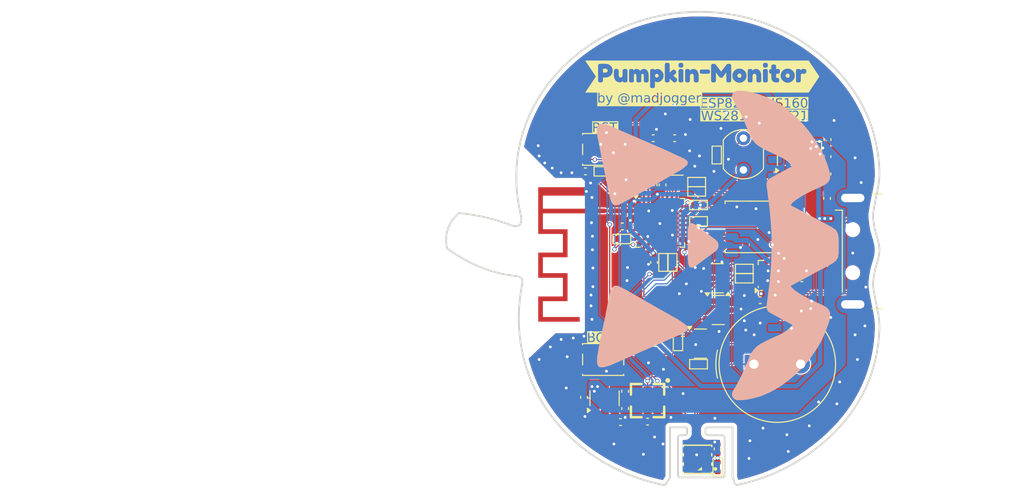
<source format=kicad_pcb>
(kicad_pcb (version 20241229) (generator "pcbnew") (generator_version "9.0")
  (layers (0 "F.Cu" signal) (2 "B.Cu" signal) (13 "F.Paste" user) (15 "B.Paste" user) (5 "F.SilkS" user "F.Silkscreen") (7 "B.SilkS" user "B.Silkscreen") (1 "F.Mask" user) (3 "B.Mask" user) (25 "Edge.Cuts" user))
  (net 0 "")
  (net 1 "Earth")
  (net 2 "Net-(AE1-A)")
  (net 3 "5V")
  (net 4 "Net-(BZ1--)")
  (net 5 "3.3V")
  (net 6 "!RST")
  (net 7 "1.8V")
  (net 8 "Net-(U3-V3_{OUT})")
  (net 9 "XTAL_O")
  (net 10 "XTAL_I")
  (net 11 "Net-(DD1-LNA)")
  (net 12 "Net-(D1-DIN)")
  (net 13 "Net-(D1-DOUT)")
  (net 14 "Net-(D2-DOUT)")
  (net 15 "Net-(D2-DIN)")
  (net 16 "Net-(D4-DOUT)")
  (net 18 "SDA")
  (net 20 "Net-(DD1-SDIO_CLK)")
  (net 21 "EN")
  (net 24 "Net-(DD1-SDIO_DATA_2)")
  (net 25 "Net-(DD1-SDIO_CMD)")
  (net 26 "SCL")
  (net 27 "Net-(DD1-SDIO_DATA_3)")
  (net 28 "TX")
  (net 29 "Net-(DD1-SDIO_DATA_0)")
  (net 30 "GPIO 2")
  (net 31 "Net-(DD1-RES12K)")
  (net 32 "Net-(DD1-TOUT)")
  (net 33 "Net-(DD1-SDIO_DATA_1)")
  (net 34 "RX")
  (net 36 "GPIO 0")
  (net 38 "Net-(DD2-VDD)")
  (net 42 "USB-")
  (net 43 "USB+")
  (net 44 "Net-(Q1-B)")
  (net 45 "!RTS")
  (net 46 "Net-(Q2-B)")
  (net 47 "!DTR")
  (net 48 "Net-(Q3-B)")
  (net 49 "Net-(R3-Pad2)")
  (net 50 "Net-(U3-TXD)")
  (net 51 "Net-(U3-RXD)")
  (net 52 "Net-(U4-CLK)")
  (net 53 "GPIO 14")
  (net 59 "Net-(D3-DOUT)")
  (footprint "Crystal:Crystal_SMD_3225-4Pin_3.2x2.5mm" (layer "F.Cu") (at 182.5 106.05)
    (property "Reference" "Y1" (hide yes))
    (property "Value" "X322526MMB4SI")
  )
  (footprint "Capacitor_SMD:C_0201_0603Metric" (layer "F.Cu") (at 176.441722 111.581819 180)
    (property "Reference" "C30" (hide yes))
    (property "Value" "5.6pF")
  )
  (footprint "PCM_Resistor_SMD_AKL:R_0402_1005Metric" (layer "F.Cu") (at 178 114.6 180)
    (property "Reference" "R4" (hide yes))
    (property "Value" "12K" (hide yes))
  )
  (footprint "Capacitor_SMD:C_0402_1005Metric" (layer "F.Cu") (at 186.2 116.65 180)
    (property "Reference" "C31" (hide yes))
    (property "Value" "100nF")
  )
  (footprint "PCM_Resistor_SMD_AKL:R_0402_1005Metric" (layer "F.Cu") (at 186 108.5 180)
    (property "Reference" "R8" (hide yes))
    (property "Value" "470R" (hide yes))
  )
  (footprint "PCM_Resistor_SMD_AKL:R_0402_1005Metric" (layer "F.Cu") (at 179.85 106.91 -90)
    (property "Reference" "R11" (hide yes))
    (property "Value" "12K" (hide yes))
  )
  (footprint "Capacitor_SMD:C_0402_1005Metric" (layer "F.Cu") (at 186.2 114.7)
    (property "Reference" "C27" (hide yes))
    (property "Value" "10uF")
  )
  (footprint "Capacitor_SMD:C_0402_1005Metric" (layer "F.Cu") (at 200 105.78 -90)
    (property "Reference" "C10" (hide yes))
    (property "Value" "10uF")
  )
  (footprint "Capacitor_SMD:C_0402_1005Metric" (layer "F.Cu") (at 178.35 132.75 -90)
    (property "Reference" "C11" (hide yes))
    (property "Value" "10uF")
  )
  (footprint "PCM_Resistor_SMD_AKL:R_0402_1005Metric" (layer "F.Cu") (at 186.2 110.95)
    (property "Reference" "R15" (hide yes))
    (property "Value" "5.1K" (hide yes))
  )
  (footprint "Capacitor_SMD:C_0402_1005Metric" (layer "F.Cu") (at 195.1 121.15)
    (property "Reference" "C14" (hide yes))
    (property "Value" "100nF")
  )
  (footprint "PCM_Resistor_SMD_AKL:R_0402_1005Metric" (layer "F.Cu") (at 182.45 117.1 -90)
    (property "Reference" "R1" (hide yes))
    (property "Value" "1K" (hide yes))
  )
  (footprint "RF_Antenna:Texas_SWRA117D_2.4GHz_Left" (layer "F.Cu") (at 174.2 111.6 90)
    (property "Reference" "AE1" (hide yes))
    (property "Value" "Antenna_Shield")
  )
  (footprint "Package_DFN_QFN:QFN-32-1EP_5x5mm_P0.5mm_EP3.45x3.45mm" (layer "F.Cu") (at 182.1 112.8625)
    (property "Reference" "DD1" (hide yes))
    (property "Value" "ESP8266EX")
  )
  (footprint "Connector_USB:USB_A_CNCTech_1001-011-01101_Horizontal" (layer "F.Cu") (at 209.6 115.9)
    (property "Reference" "J1" (hide yes))
    (property "Value" "USB_A")
  )
  (footprint "Capacitor_SMD:C_0402_1005Metric" (layer "F.Cu") (at 199.95 110.25 90)
    (property "Reference" "C6" (hide yes))
    (property "Value" "10uF")
  )
  (footprint "Capacitor_SMD:C_0402_1005Metric" (layer "F.Cu") (at 174.1 107.35 180)
    (property "Reference" "C5" (hide yes))
    (property "Value" "1uF")
  )
  (footprint "Inductor_SMD:L_0201_0603Metric" (layer "F.Cu") (at 175.341722 111.281819 -90)
    (property "Reference" "L2" (hide yes))
    (property "Value" "NC")
  )
  (footprint "Capacitor_SMD:C_0402_1005Metric" (layer "F.Cu") (at 182.35 108.8 90)
    (property "Reference" "C20" (hide yes))
    (property "Value" "100nF")
  )
  (footprint "PCM_Resistor_SMD_AKL:R_0402_1005Metric" (layer "F.Cu") (at 186.2 112.7)
    (property "Reference" "R13" (hide yes))
    (property "Value" "200R" (hide yes))
  )
  (footprint "AHT21:AHT21" (layer "F.Cu") (at 186.097 138.2)
    (property "Reference" "DD2" (hide yes))
    (property "Value" "AHT21")
  )
  (footprint "Package_TO_SOT_SMD:SOT-89-3" (layer "F.Cu") (at 197 105.5 90)
    (property "Reference" "U2" (hide yes))
    (property "Value" "AMS1117-3.3")
  )
  (footprint "PCM_Resistor_SMD_AKL:R_0402_1005Metric" (layer "F.Cu") (at 186.2 115.7)
    (property "Reference" "R14" (hide yes))
    (property "Value" "5.1K" (hide yes))
  )
  (footprint "Capacitor_SMD:C_0402_1005Metric" (layer "F.Cu") (at 181.35 103.8 180)
    (property "Reference" "C21" (hide yes))
    (property "Value" "10pF")
  )
  (footprint "Package_TO_SOT_SMD:SOT-23" (layer "F.Cu") (at 186.4 125.8)
    (property "Reference" "Q3" (hide yes))
    (property "Value" "SS8050")
  )
  (footprint "Inductor_SMD:L_0201_0603Metric" (layer "F.Cu") (at 177.541722 111.281819 -90)
    (property "Reference" "L1" (hide yes))
    (property "Value" "NC")
  )
  (footprint "Package_SO:SOIC-8_5.3x5.3mm_P1.27mm" (layer "F.Cu") (at 191.8 113.3 180)
    (property "Reference" "U4" (hide yes))
    (property "Value" "W25Q32JVSS")
  )
  (footprint "Capacitor_SMD:C_0402_1005Metric" (layer "F.Cu") (at 178.5 109.8 90)
    (property "Reference" "C22" (hide yes))
    (property "Value" "1uF")
  )
  (footprint "Package_DFN_QFN:WCH_QFN-16-1EP_3x3mm_P0.5mm_EP1.8x1.8mm" (layer "F.Cu") (at 194.2 118.5 90)
    (property "Reference" "U3" (hide yes))
    (property "Value" "CH343P")
  )
  (footprint "Button_Switch_SMD:SW_SPST_PTS810" (layer "F.Cu") (at 176 105)
    (property "Reference" "SW1" (hide yes))
    (property "Value" "KMR221GLFS")
  )
  (footprint "kibuzzard-690A31FE" (layer "F.Cu") (at 186.6 97.2)
    (property "Reference" "kibuzzard-690A31FE" (hide yes))
    (property "Value" "G***" (hide yes))
  )
  (footprint "Capacitor_SMD:C_0402_1005Metric" (layer "F.Cu") (at 197.25 118.8)
    (property "Reference" "C17" (hide yes))
    (property "Value" "1uF")
  )
  (footprint "Capacitor_SMD:C_0402_1005Metric" (layer "F.Cu") (at 177.85 134.2)
    (property "Reference" "C25" (hide yes))
    (property "Value" "10uF")
  )
  (footprint "PCM_Resistor_SMD_AKL:R_0402_1005Metric" (layer "F.Cu") (at 183.4 117.1 -90)
    (property "Reference" "R3" (hide yes))
    (property "Value" "470R" (hide yes))
  )
  (footprint "PCM_Resistor_SMD_AKL:R_0402_1005Metric" (layer "F.Cu") (at 186 109.5 180)
    (property "Reference" "R7" (hide yes))
    (property "Value" "470R" (hide yes))
  )
  (footprint "Buzzer_Beeper:Buzzer_TDK_PS1240P02BT_D12.2mm_H6.5mm" (layer "F.Cu") (at 192.129216 128)
    (property "Reference" "BZ1" (hide yes))
    (property "Value" "PS1240P02BT")
  )
  (footprint "PCM_Resistor_SMD_AKL:R_0402_1005Metric" (layer "F.Cu") (at 175.975 107.35)
    (property "Reference" "R2" (hide yes))
    (property "Value" "12K" (hide yes))
  )
  (footprint "Package_TO_SOT_SMD:SOT-23" (layer "F.Cu") (at 188.2 118.8 180)
    (property "Reference" "Q2" (hide yes))
    (property "Value" "SS8050")
  )
  (footprint "Package_TO_SOT_SMD:SOT-23-3" (layer "F.Cu") (at 176.15 131.65 90)
    (property "Reference" "U1" (hide yes))
    (property "Value" "XC6206P182MR")
  )
  (footprint "Package_TO_SOT_SMD:SOT-23" (layer "F.Cu") (at 188.3 122.2)
    (property "Reference" "Q1" (hide yes))
    (property "Value" "SS8050")
  )
  (footprint "Capacitor_SMD:C_0402_1005Metric" (layer "F.Cu") (at 173.95 131.55 -90)
    (property "Reference" "C2" (hide yes))
    (property "Value" "10uF")
  )
  (footprint "PCM_Resistor_SMD_AKL:R_0402_1005Metric" (layer "F.Cu") (at 188.15 105.6 90)
    (property "Reference" "R10" (hide yes))
    (property "Value" "12K" (hide yes))
  )
  (footprint "PCM_Resistor_SMD_AKL:R_0402_1005Metric" (layer "F.Cu") (at 188.244 139 90)
    (property "Reference" "R12" (hide yes))
    (property "Value" "330R" (hide yes))
  )
  (footprint "Button_Switch_SMD:SW_SPST_PTS810" (layer "F.Cu") (at 176 127.5 180)
    (property "Reference" "SW2" (hide yes))
    (property "Value" "KMR221GLFS")
  )
  (footprint "Capacitor_SMD:C_0402_1005Metric" (layer "F.Cu") (at 200 103.95 90)
    (property "Reference" "C7" (hide yes))
    (property "Value" "10uF")
  )
  (footprint "Capacitor_SMD:C_0402_1005Metric" (layer "F.Cu") (at 192.8 121.15 180)
    (property "Reference" "C18" (hide yes))
    (property "Value" "10uF")
  )
  (footprint "Capacitor_SMD:C_0402_1005Metric" (layer "F.Cu") (at 188.244 137.07 90)
    (property "Reference" "C24" (hide yes))
    (property "Value" "100nF")
  )
  (footprint "Capacitor_SMD:C_0402_1005Metric" (layer "F.Cu") (at 196.255757 116.25)
    (property "Reference" "C9" (hide yes))
    (property "Value" "10uF")
  )
  (footprint "Capacitor_SMD:C_0402_1005Metric" (layer "F.Cu") (at 180.75 134.15)
    (property "Reference" "C26" (hide yes))
    (property "Value" "100nF")
  )
  (footprint "ENS160:ENS160" (layer "F.Cu") (at 180.75 131.9 -90)
    (property "Reference" "DD3" (hide yes))
    (property "Value" "ENS160")
  )
  (footprint "Capacitor_SMD:C_0402_1005Metric" (layer "F.Cu") (at 200 107.63 90)
    (property "Reference" "C1" (hide yes))
    (property "Value" "10uF")
  )
  (footprint "Capacitor_SMD:C_0402_1005Metric" (layer "F.Cu") (at 181.45 117.1 -90)
    (property "Reference" "C29" (hide yes))
    (property "Value" "100nF")
  )
  (footprint "Capacitor_SMD:C_0402_1005Metric" (layer "F.Cu") (at 183.65 103.8)
    (property "Reference" "C19" (hide yes))
    (property "Value" "10pF")
  )
  (footprint "PCM_Resistor_SMD_AKL:R_0402_1005Metric" (layer "F.Cu") (at 186.2 128)
    (property "Reference" "R17" (hide yes))
    (property "Value" "1K" (hide yes))
  )
  (footprint "PCM_Resistor_SMD_AKL:R_0402_1005Metric" (layer "F.Cu") (at 191.1 118.8)
    (property "Reference" "R6" (hide yes))
    (property "Value" "12K" (hide yes))
  )
  (footprint "PCM_Resistor_SMD_AKL:R_0402_1005Metric" (layer "F.Cu") (at 184 125.6 90)
    (property "Reference" "R16" (hide yes))
    (property "Value" "1K" (hide yes))
  )
  (footprint "Capacitor_SMD:C_0402_1005Metric" (layer "F.Cu") (at 181.4 108.8 90)
    (property "Reference" "C23" (hide yes))
    (property "Value" "10uF")
  )
  (footprint "PCM_Resistor_SMD_AKL:R_0402_1005Metric" (layer "F.Cu") (at 191.1 117.8)
    (property "Reference" "R5" (hide yes))
    (property "Value" "12K" (hide yes))
  )
  (footprint "OptoDevice:R_LDR_5.1x4.3mm_P3.4mm_Vertical" (layer "F.Cu") (at 191 107.2 90)
    (property "Reference" "R9" (hide yes))
    (property "Value" "GL5516")
  )
  (footprint "Capacitor_SMD:C_0402_1005Metric" (layer "F.Cu") (at 178.05 113.25 180)
    (property "Reference" "C28" (hide yes))
    (property "Value" "1uF")
  )
  (footprint "Capacitor_SMD:C_0402_1005Metric" (layer "F.Cu") (at 178.35 130.9 90)
    (property "Reference" "C8" (hide yes))
    (property "Value" "10uF")
  )
  (footprint "LED_SMD:LED_WS2812B-Mini_PLCC4_3.5x3.5mm" (layer "B.Cu") (at 196 107)
    (property "Reference" "D6" (hide yes))
    (property "Value" "WS2812B-MINI")
  )
  (footprint "LED_SMD:LED_WS2812B-Mini_PLCC4_3.5x3.5mm" (layer "B.Cu") (at 179 124 180)
    (property "Reference" "D3" (hide yes))
    (property "Value" "WS2812B-MINI")
  )
  (footprint "Capacitor_SMD:C_0402_1005Metric" (layer "B.Cu") (at 179 105.55 180)
    (property "Reference" "C4" (hide yes))
    (property "Value" "100nF")
  )
  (footprint "Capacitor_SMD:C_0402_1005Metric" (layer "B.Cu") (at 191.275 115.225 -90)
    (property "Reference" "C15" (hide yes))
    (property "Value" "100nF")
  )
  (footprint "Capacitor_SMD:C_0402_1005Metric" (layer "B.Cu") (at 194.55 127.45)
    (property "Reference" "C16" (hide yes))
    (property "Value" "100nF")
  )
  (footprint "LED_SMD:LED_WS2812B-Mini_PLCC4_3.5x3.5mm" (layer "B.Cu") (at 196 125)
    (property "Reference" "D2" (hide yes))
    (property "Value" "WS2812B-MINI")
  )
  (footprint "LED_SMD:LED_WS2812B-Mini_PLCC4_3.5x3.5mm" (layer "B.Cu") (at 188.1 115.25 180)
    (property "Reference" "D5" (hide yes))
    (property "Value" "WS2812B-MINI")
  )
  (footprint "LED_SMD:LED_WS2812B-Mini_PLCC4_3.5x3.5mm" (layer "B.Cu") (at 179 108 180)
    (property "Reference" "D1" (hide yes))
    (property "Value" "WS2812B-MINI")
  )
  (footprint "LED_SMD:LED_WS2812B-Mini_PLCC4_3.5x3.5mm" (layer "B.Cu") (at 196.9 116.1)
    (property "Reference" "D4" (hide yes))
    (property "Value" "WS2812B-MINI")
  )
  (footprint "Capacitor_SMD:C_0402_1005Metric" (layer "B.Cu") (at 182.2 123.8 -90)
    (property "Reference" "C12" (hide yes))
    (property "Value" "100nF")
  )
  (footprint "Capacitor_SMD:C_0402_1005Metric" (layer "B.Cu") (at 196 109.45)
    (property "Reference" "C13" (hide yes))
    (property "Value" "100nF")
  )
  (footprint "Capacitor_SMD:C_0402_1005Metric" (layer "B.Cu") (at 196.9 118.55)
    (property "Reference" "C3" (hide yes))
    (property "Value" "100nF")
  )
  (gr_curve (pts (xy 176.670348 120.865568) (xy 176.488075 121.761961) (xy 176.305768 122.658287) (xy 176.123494 123.55468)) (stroke (width 0.0603)) (layer "B.SilkS"))
  (gr_curve (pts (xy 200.35582 113.32934) (xy 198.900848 112.575088) (xy 197.449327 111.768642) (xy 196.001624 111.000454)) (stroke (width 0.0603)) (layer "B.SilkS"))
  (gr_curve (pts (xy 189.936818 99.715342) (xy 190.843629 101.085425) (xy 191.218394 102.177023) (xy 191.758347 103.513338)) (stroke (width 0.0603)) (layer "B.SilkS"))
  (gr_line (start 185.098748 116.732438) (end 185.098748 115.287616) (stroke (width 0.0603)) (layer "B.SilkS"))
  (gr_curve (pts (xy 176.123494 107.036298) (xy 175.940082 106.134277) (xy 175.756636 105.23229) (xy 175.573257 104.330269)) (stroke (width 0.0603)) (layer "B.SilkS"))
  (gr_curve (pts (xy 178.790831 120.315431) (xy 177.387952 119.519772) (xy 177.029167 119.100888) (xy 176.670348 120.865568)) (stroke (width 0.0603)) (layer "B.SilkS"))
  (gr_curve (pts (xy 200.196293 107.532567) (xy 199.296617 103.47086) (xy 194.920546 98.774897) (xy 190.433087 98.775466)) (stroke (width 0.0603)) (layer "B.SilkS"))
  (gr_curve (pts (xy 176.123494 123.55468) (xy 175.940082 124.456701) (xy 175.756636 125.358688) (xy 175.573257 126.260709)) (stroke (width 0.0603)) (layer "B.SilkS"))
  (gr_curve (pts (xy 183.457013 125.113267) (xy 185.149165 124.367356) (xy 185.70416 124.236505) (xy 183.856501 123.188558)) (stroke (width 0.0603)) (layer "B.SilkS"))
  (gr_curve (pts (xy 199.345393 108.91528) (xy 200.010435 108.636794) (xy 200.364865 108.29362) (xy 200.196293 107.532567)) (stroke (width 0.0603)) (layer "B.SilkS"))
  (gr_curve (pts (xy 183.856501 123.188558) (xy 182.167966 122.230827) (xy 180.479365 121.273162) (xy 178.790831 120.315431)) (stroke (width 0.0603)) (layer "B.SilkS"))
  (gr_curve (pts (xy 196.32768 106.800626) (xy 195.500397 107.250095) (xy 194.673115 107.699531) (xy 193.845832 108.149001)) (stroke (width 0.0603)) (layer "B.SilkS"))
  (gr_curve (pts (xy 193.540044 108.942314) (xy 194.263209 113.946477) (xy 194.263209 116.64316) (xy 193.540044 121.647324)) (stroke (width 0.0603)) (layer "B.SilkS"))
  (gr_curve (pts (xy 193.845832 122.440637) (xy 194.673115 122.890107) (xy 195.500397 123.339543) (xy 196.32768 123.789012)) (stroke (width 0.0603)) (layer "B.SilkS"))
  (gr_curve (pts (xy 196.001624 119.589184) (xy 197.449327 118.820996) (xy 198.900848 118.014584) (xy 200.35582 117.260297)) (stroke (width 0.0603)) (layer "B.SilkS"))
  (gr_curve (pts (xy 176.670348 109.72541) (xy 176.488075 108.829017) (xy 176.305768 107.932691) (xy 176.123494 107.036298)) (stroke (width 0.0603)) (layer "B.SilkS"))
  (gr_poly (pts (xy 175.605 128.265) (xy 175.48 128.115) (xy 175.397899 127.81316) (xy 175.407558 127.245702) (xy 175.559685 126.316036) (xy 175.73 125.44) (xy 175.98 124.24) (xy 176.28 122.865) (xy 176.53 121.54) (xy 176.755 120.49) (xy 176.855 120.09) (xy 177.005 119.84) (xy 177.18 119.665) (xy 177.43 119.64) (xy 177.63 119.69) (xy 178.48 120.115) (xy 181.83 122.04) (xy 184.055 123.29) (xy 184.78 123.815) (xy 184.955 123.99) (xy 185.005 124.14) (xy 184.98 124.24) (xy 184.93 124.365) (xy 184.38 124.715) (xy 181.03 126.19) (xy 177.63 127.69) (xy 176.655 128.115) (xy 176.105 128.265) (xy 175.78 128.29) (xy 175.655 128.265)) (stroke (width 0.1)) (fill yes) (layer "B.SilkS"))
  (gr_curve (pts (xy 191.758347 127.0763) (xy 191.218394 128.412615) (xy 190.843629 129.504213) (xy 189.936818 130.874296)) (stroke (width 0.0603)) (layer "B.SilkS"))
  (gr_poly (pts (xy 185.105 113.59) (xy 185.155 113.29) (xy 185.23 113.09) (xy 185.33 112.99) (xy 185.43 112.965) (xy 185.58 112.965) (xy 185.73 113.04) (xy 185.917521 113.15906) (xy 186.355 113.49) (xy 186.655 113.69) (xy 187.13 114.065) (xy 187.73 114.515) (xy 187.998407 114.709272) (xy 188.205 114.94) (xy 188.28 115.215) (xy 188.255 115.54) (xy 188.03 115.84) (xy 187.405 116.29) (xy 185.917521 117.416173) (xy 185.58 117.59) (xy 185.48 117.615) (xy 185.33 117.59) (xy 185.23 117.465) (xy 185.155 117.215) (xy 185.13 117.04) (xy 185.098748 116.010027) (xy 185.098748 114.565206)) (stroke (width 0.1)) (fill yes) (layer "B.SilkS"))
  (gr_curve (pts (xy 196.32768 123.789012) (xy 195.171695 125.332826) (xy 192.475314 125.301872) (xy 191.758347 127.0763)) (stroke (width 0.0603)) (layer "B.SilkS"))
  (gr_poly (pts (xy 190.405 100.49) (xy 190.005 99.815) (xy 189.855 99.515) (xy 189.83 99.365) (xy 189.855 99.19) (xy 189.905 99.04) (xy 190.03 98.915) (xy 190.23 98.79) (xy 190.405 98.765) (xy 190.63 98.765) (xy 191.005 98.79) (xy 191.28 98.815) (xy 191.88 98.94) (xy 192.83 99.215) (xy 193.73 99.565) (xy 194.48 99.965) (xy 195.305 100.49) (xy 196.33 101.34) (xy 196.93 101.915) (xy 197.405 102.39) (xy 197.905 102.99) (xy 198.605 103.965) (xy 198.98 104.565) (xy 199.555 105.64) (xy 199.955 106.665) (xy 200.155 107.34) (xy 200.23 107.765) (xy 200.23 107.99) (xy 200.18 108.215) (xy 200.08 108.415) (xy 199.83 108.665) (xy 199.345393 108.91528) (xy 198.055 109.515) (xy 197.43 109.84) (xy 196.63 110.34) (xy 196.205 110.69) (xy 196.001624 111.000454) (xy 196.105 111.065) (xy 196.93 111.49) (xy 199.18 112.69) (xy 200.48 113.39) (xy 200.855 113.665) (xy 201.055 114.015) (xy 201.146554 114.470082) (xy 201.155 115.115) (xy 201.146487 116.120996) (xy 201.08 116.54) (xy 200.905 116.84) (xy 200.63 117.09) (xy 200.105 117.39) (xy 199.505 117.715) (xy 198.505 118.24) (xy 197.13 118.99) (xy 196.001624 119.589184) (xy 196.055 119.69) (xy 196.13 119.815) (xy 196.48 120.14) (xy 196.93 120.44) (xy 197.93 121.015) (xy 199.055 121.54) (xy 199.655 121.815) (xy 199.93 122.015) (xy 200.105 122.24) (xy 200.23 122.515) (xy 200.23 122.765) (xy 200.196293 123.14) (xy 200.08 123.565) (xy 199.78 124.39) (xy 199.355 125.39) (xy 198.805 126.34) (xy 198.105 127.365) (xy 197.58 127.99) (xy 197.13 128.49) (xy 196.48 129.115) (xy 195.805 129.69) (xy 194.805 130.415) (xy 193.88 130.94) (xy 192.83 131.39) (xy 192.005 131.615) (xy 191.255 131.765) (xy 190.505 131.814172) (xy 190.205 131.765) (xy 190.005 131.64) (xy 189.855 131.415) (xy 189.83 131.115) (xy 189.93 130.89) (xy 190.205 130.44) (xy 190.88 129.165) (xy 191.355 128.015) (xy 191.805 126.94) (xy 192.23 126.39) (xy 192.505 126.115) (xy 192.855 125.865) (xy 193.83 125.365) (xy 194.905 124.89) (xy 195.405 124.615) (xy 195.755 124.365) (xy 196.105 124.04) (xy 196.305 123.815) (xy 196.305 123.765) (xy 196.155 123.69) (xy 194.505 122.79) (xy 193.805 122.415) (xy 193.68 122.315) (xy 193.58 122.115) (xy 193.53 121.89) (xy 193.555 121.565) (xy 193.655 120.815) (xy 193.83 119.39) (xy 193.955 118.165) (xy 194.03 116.865) (xy 194.08 115.39) (xy 194.08 114.74) (xy 194.03 113.565) (xy 193.955 112.515) (xy 193.805 110.99) (xy 193.555 109.04) (xy 193.53 108.765) (xy 193.555 108.49) (xy 193.68 108.29) (xy 193.83 108.165) (xy 194.18 107.965) (xy 194.855 107.59) (xy 196.03 106.965) (xy 196.33 106.79) (xy 196.105 106.565) (xy 195.705 106.19) (xy 195.13 105.84) (xy 194.255 105.415) (xy 193.28 104.965) (xy 192.655 104.59) (xy 192.355 104.365) (xy 191.93 103.84) (xy 191.73 103.44) (xy 191.18 102.065) (xy 190.905 101.44) (xy 190.705 100.99)) (stroke (width 0.1)) (fill yes) (layer "B.SilkS"))
  (gr_curve (pts (xy 185.098748 113.842795) (xy 185.098748 112.937122) (xy 185.374888 112.754782) (xy 185.917521 113.15906)) (stroke (width 0.0603)) (layer "B.SilkS"))
  (gr_line (start 177.248759 127.849815) (end 183.457013 125.113267) (stroke (width 0.0603)) (layer "B.SilkS"))
  (gr_curve (pts (xy 183.457013 105.477711) (xy 185.149165 106.223622) (xy 185.70416 106.354473) (xy 183.856501 107.40242)) (stroke (width 0.0603)) (layer "B.SilkS"))
  (gr_curve (pts (xy 190.433087 131.814172) (xy 194.920546 131.814741) (xy 199.296617 127.118778) (xy 200.196293 123.057071)) (stroke (width 0.0603)) (layer "B.SilkS"))
  (gr_curve (pts (xy 175.573257 126.260709) (xy 175.118561 128.497002) (xy 175.398052 128.665507) (xy 177.248759 127.849815)) (stroke (width 0.0603)) (layer "B.SilkS"))
  (gr_curve (pts (xy 183.856501 107.40242) (xy 182.167966 108.360151) (xy 180.479365 109.317816) (xy 178.790831 110.275547)) (stroke (width 0.0603)) (layer "B.SilkS"))
  (gr_curve (pts (xy 175.573257 104.330269) (xy 175.118561 102.093976) (xy 175.398052 101.925471) (xy 177.248759 102.741163)) (stroke (width 0.0603)) (layer "B.SilkS"))
  (gr_curve (pts (xy 189.936818 130.874296) (xy 189.65927 131.293615) (xy 189.941307 131.814105) (xy 190.433087 131.814172)) (stroke (width 0.0603)) (layer "B.SilkS"))
  (gr_curve (pts (xy 196.001624 111.000454) (xy 196.163195 110.359297) (xy 198.653484 109.205055) (xy 199.345393 108.91528)) (stroke (width 0.0603)) (layer "B.SilkS"))
  (gr_line (start 177.248759 102.741163) (end 183.457013 105.477711) (stroke (width 0.0603)) (layer "B.SilkS"))
  (gr_curve (pts (xy 178.790831 110.275547) (xy 177.387952 111.071206) (xy 177.029167 111.49009) (xy 176.670348 109.72541)) (stroke (width 0.0603)) (layer "B.SilkS"))
  (gr_curve (pts (xy 187.998407 114.709272) (xy 188.386706 114.998478) (xy 188.386706 115.576755) (xy 187.998407 115.86596)) (stroke (width 0.0603)) (layer "B.SilkS"))
  (gr_curve (pts (xy 199.345393 121.674358) (xy 198.653484 121.384583) (xy 196.163195 120.230341) (xy 196.001624 119.589184)) (stroke (width 0.0603)) (layer "B.SilkS"))
  (gr_curve (pts (xy 193.540044 121.647324) (xy 193.49157 121.982893) (xy 193.559072 122.284829) (xy 193.845832 122.440637)) (stroke (width 0.0603)) (layer "B.SilkS"))
  (gr_line (start 185.917521 113.15906) (end 187.998407 114.709272) (stroke (width 0.0603)) (layer "B.SilkS"))
  (gr_curve (pts (xy 193.845832 108.149001) (xy 193.559072 108.304809) (xy 193.49157 108.606745) (xy 193.540044 108.942314)) (stroke (width 0.0603)) (layer "B.SilkS"))
  (gr_line (start 187.998407 115.86596) (end 185.917521 117.416173) (stroke (width 0.0603)) (layer "B.SilkS"))
  (gr_curve (pts (xy 191.758347 103.513338) (xy 192.475314 105.287766) (xy 195.171695 105.256812) (xy 196.32768 106.800626)) (stroke (width 0.0603)) (layer "B.SilkS"))
  (gr_curve (pts (xy 200.196293 123.057071) (xy 200.364865 122.296018) (xy 200.010435 121.952844) (xy 199.345393 121.674358)) (stroke (width 0.0603)) (layer "B.SilkS"))
  (gr_line (start 185.098748 115.287616) (end 185.098748 113.842795) (stroke (width 0.0603)) (layer "B.SilkS"))
  (gr_poly (pts (xy 177.005 110.69) (xy 177.005 110.715) (xy 177.08 110.84) (xy 177.255 110.94) (xy 177.455 110.94) (xy 177.755 110.84) (xy 179.33 109.99) (xy 183.33 107.715) (xy 184.48 107.04) (xy 184.955 106.615) (xy 185.005 106.415) (xy 184.93 106.24) (xy 184.73 106.09) (xy 182.78 105.165) (xy 176.305 102.365) (xy 176.205 102.34) (xy 175.855 102.29) (xy 175.63 102.34) (xy 175.48 102.465) (xy 175.38 102.74) (xy 175.38 103.065) (xy 175.43 103.59) (xy 175.855 105.715) (xy 176.755 110.09) (xy 176.905 110.565) (xy 176.955 110.69)) (stroke (width 0.1)) (fill yes) (layer "B.SilkS"))
  (gr_curve (pts (xy 185.917521 117.416173) (xy 185.374888 117.820451) (xy 185.098748 117.63811) (xy 185.098748 116.732438)) (stroke (width 0.0603)) (layer "B.SilkS"))
  (gr_curve (pts (xy 166.14194 113.117315) (xy 167.144461 113.495731) (xy 167.379866 112.868008) (xy 167.185398 112.030039)) (stroke (width 0.2)) (layer "Edge.Cuts"))
  (gr_line (start 183.999437 139.87904) (end 183.999437 135.860287) (stroke (width 0.2)) (layer "Edge.Cuts"))
  (gr_arc (start 187.193727 135.610287) (mid 187.016951 135.537064) (end 186.943728 135.360288) (stroke (width 0.2)) (layer "Edge.Cuts"))
  (gr_line (start 183.152497 134.763346) (end 184.829255 134.763346) (stroke (width 0.2)) (layer "Edge.Cuts"))
  (gr_curve (pts (xy 167.317187 119.528746) (xy 167.451053 118.819551) (xy 167.230422 118.608233) (xy 166.594525 118.544349)) (stroke (width 0.2)) (layer "Edge.Cuts"))
  (gr_line (start 184.249437 135.610287) (end 184.729252 135.610287) (stroke (width 0.2)) (layer "Edge.Cuts"))
  (gr_arc (start 188.745576 135.610287) (mid 188.922353 135.68351) (end 188.995576 135.860287) (stroke (width 0.2)) (layer "Edge.Cuts"))
  (gr_curve (pts (xy 159.3 115.6) (xy 158.992135 114.11471) (xy 159.387201 112.845261) (xy 160.578494 111.818151)) (stroke (width 0.2)) (layer "Edge.Cuts"))
  (gr_line (start 184.979255 135.360284) (end 184.979255 134.913346) (stroke (width 0.2)) (layer "Edge.Cuts"))
  (gr_arc (start 184.829255 134.763346) (mid 184.935321 134.80728) (end 184.979255 134.913346) (stroke (width 0.2)) (layer "Edge.Cuts"))
  (gr_line (start 189.842516 134.763346) (end 189.842516 140.084709) (stroke (width 0.2)) (layer "Edge.Cuts"))
  (gr_line (start 183.152497 140.056884) (end 183.152497 134.763346) (stroke (width 0.2)) (layer "Edge.Cuts"))
  (gr_curve (pts (xy 205.062341 110.773487) (xy 204.853468 111.963072) (xy 204.789014 112.023741) (xy 205.035105 113.416403)) (stroke (width 0.2)) (layer "Edge.Cuts"))
  (gr_curve (pts (xy 199.419533 95.049726) (xy 203.240175 98.249043) (xy 205.390172 102.377851) (xy 205.552982 107.361311)) (stroke (width 0.2)) (layer "Edge.Cuts"))
  (gr_line (start 186.943728 135.360288) (end 186.943728 135.013348) (stroke (width 0.2)) (layer "Edge.Cuts"))
  (gr_arc (start 182.717428 140.81995) (mid 182.604802 140.916332) (end 182.457395 140.931991) (stroke (width 0.2)) (layer "Edge.Cuts"))
  (gr_arc (start 184.979255 135.360284) (mid 184.906031 135.537063) (end 184.729252 135.610287) (stroke (width 0.2)) (layer "Edge.Cuts"))
  (gr_arc (start 189.857757 140.170672) (mid 189.846356 140.128362) (end 189.842516 140.084709) (stroke (width 0.2)) (layer "Edge.Cuts"))
  (gr_arc (start 183.152497 140.056884) (mid 183.142692 140.126213) (end 183.114047 140.190103) (stroke (width 0.2)) (layer "Edge.Cuts"))
  (gr_curve (pts (xy 199.419533 136.509059) (xy 196.613613 138.858766) (xy 193.506605 140.285348) (xy 190.3594 140.92309)) (stroke (width 0.2)) (layer "Edge.Cuts"))
  (gr_curve (pts (xy 205.035105 113.416403) (xy 205.15805 114.112131) (xy 205.552647 114.900051) (xy 205.552915 115.779359)) (stroke (width 0.2)) (layer "Edge.Cuts"))
  (gr_curve (pts (xy 166.594525 118.544349) (xy 163.890974 118.27263) (xy 161.466445 117.174936) (xy 159.3 115.6)) (stroke (width 0.2)) (layer "Edge.Cuts"))
  (gr_arc (start 188.995576 139.87904) (mid 188.922352 140.055819) (end 188.745574 140.129043) (stroke (width 0.2)) (layer "Edge.Cuts"))
  (gr_arc (start 190.3594 140.92309) (mid 190.187715 140.896261) (end 190.074989 140.764018) (stroke (width 0.2)) (layer "Edge.Cuts"))
  (gr_curve (pts (xy 205.035105 118.142315) (xy 204.789014 119.534977) (xy 204.853468 119.595646) (xy 205.062341 120.785231)) (stroke (width 0.2)) (layer "Edge.Cuts"))
  (gr_line (start 188.745574 140.129043) (end 184.249439 140.129043) (stroke (width 0.2)) (layer "Edge.Cuts"))
  (gr_curve (pts (xy 205.062341 120.785231) (xy 205.253391 121.873277) (xy 205.594656 122.922196) (xy 205.552982 124.197407)) (stroke (width 0.2)) (layer "Edge.Cuts"))
  (gr_curve (pts (xy 160.578494 111.818151) (xy 162.263947 111.97262) (xy 164.092812 112.343934) (xy 166.14194 113.117315)) (stroke (width 0.2)) (layer "Edge.Cuts"))
  (gr_arc (start 184.249439 140.129043) (mid 184.072661 140.055819) (end 183.999437 139.87904) (stroke (width 0.2)) (layer "Edge.Cuts"))
  (gr_curve (pts (xy 205.552982 124.197407) (xy 205.390172 129.180867) (xy 203.240175 133.309675) (xy 199.419533 136.509059)) (stroke (width 0.2)) (layer "Edge.Cuts"))
  (gr_curve (pts (xy 205.552982 107.361311) (xy 205.594656 108.636522) (xy 205.253391 109.685441) (xy 205.062341 110.773487)) (stroke (width 0.2)) (layer "Edge.Cuts"))
  (gr_line (start 187.193727 135.610287) (end 188.745576 135.610287) (stroke (width 0.2)) (layer "Edge.Cuts"))
  (gr_line (start 189.857757 140.170672) (end 190.074989 140.764018) (stroke (width 0.2)) (layer "Edge.Cuts"))
  (gr_line (start 183.114047 140.190103) (end 182.717429 140.819951) (stroke (width 0.2)) (layer "Edge.Cuts"))
  (gr_line (start 187.19373 134.763346) (end 189.842516 134.763346) (stroke (width 0.2)) (layer "Edge.Cuts"))
  (gr_arc (start 186.943728 135.013348) (mid 187.016952 134.83657) (end 187.19373 134.763346) (stroke (width 0.2)) (layer "Edge.Cuts"))
  (gr_line (start 188.995576 135.860287) (end 188.995576 139.87904) (stroke (width 0.2)) (layer "Edge.Cuts"))
  (gr_curve (pts (xy 205.552915 115.779359) (xy 205.552647 116.658667) (xy 205.15805 117.446587) (xy 205.035105 118.142315)) (stroke (width 0.2)) (layer "Edge.Cuts"))
  (gr_curve (pts (xy 167.185398 112.030039) (xy 163.15977 94.681762) (xy 185.449129 83.350856) (xy 199.419533 95.049726)) (stroke (width 0.2)) (layer "Edge.Cuts"))
  (gr_line (start 182.717428 140.81995) (end 182.717429 140.819951) (stroke (width 0.2)) (layer "Edge.Cuts"))
  (gr_curve (pts (xy 182.457395 140.931991) (xy 172.963075 139.055115) (xy 165.238335 130.542285) (xy 167.317187 119.528746)) (stroke (width 0.2)) (layer "Edge.Cuts"))
  (gr_arc (start 183.999437 135.860287) (mid 184.07266 135.68351) (end 184.249437 135.610287) (stroke (width 0.2)) (layer "Edge.Cuts"))
  (gr_text "by @madjogger" (at 175.35 100.15 0) (layer "F.SilkS" knockout) (effects (font (size 1 1) (thickness 0.1)) (justify left bottom)))
  (gr_text "BOOT" (at 174.25 125.8 0) (layer "F.SilkS" knockout) (effects (font (size 1 1) (thickness 0.1)) (justify left bottom)))
  (gr_text "ESP8266" (at 186.35 100.7 0) (layer "F.SilkS" knockout) (effects (font (size 1 1) (thickness 0.1)) (justify left bottom)))
  (gr_text "ENS160" (at 192.45 100.7 0) (layer "F.SilkS" knockout) (effects (font (size 1 1) (thickness 0.1)) (justify left bottom)))
  (gr_text "WS2812B" (at 186.45 102.05 0) (layer "F.SilkS" knockout) (effects (font (size 1 1) (thickness 0.1)) (justify left bottom)))
  (gr_text "AHT21" (at 193.3 102.05 0) (layer "F.SilkS" knockout) (effects (font (size 1 1) (thickness 0.1)) (justify left bottom)))
  (gr_text "RST" (at 174.8 103.3 0) (layer "F.SilkS" knockout) (effects (font (size 1 1) (thickness 0.1)) (justify left bottom)))
  (segment (start 185.097 138.2) (end 185.5 138.2) (width 0.127) (layer "F.Cu") (net 1))
  (segment (start 187.936775 136.335287) (end 188.191488 136.59) (width 0.127) (layer "F.Cu") (net 1))
  (segment (start 185.5 138.2) (end 186 137.7) (width 0.127) (layer "F.Cu") (net 1))
  (segment (start 188.191488 136.59) (end 188.244 136.59) (width 0.127) (layer "F.Cu") (net 1))
  (via (at 174.75 112.85) (size 0.45) (drill 0.3) (layers "F.Cu" "B.Cu") (net 1))
  (via (at 172.05 130.55) (size 0.45) (drill 0.3) (layers "F.Cu" "B.Cu") (net 1))
  (via (at 191.25 124.35) (size 0.45) (drill 0.3) (layers "F.Cu" "B.Cu") (net 1))
  (via (at 174.8 123.2) (size 0.45) (drill 0.3) (layers "F.Cu" "B.Cu") (net 1))
  (via (at 178.6 117.65) (size 0.45) (drill 0.3) (layers "F.Cu" "B.Cu") (net 1))
  (via (at 202.95 105.9) (size 0.45) (drill 0.3) (layers "F.Cu" "B.Cu") (net 1))
  (via (at 198.05 134.6) (size 0.45) (drill 0.3) (layers "F.Cu" "B.Cu") (net 1))
  (via (at 202.7 116.1) (size 0.45) (drill 0.3) (layers "F.Cu" "B.Cu") (net 1))
  (via (at 172.8 125.2) (size 0.45) (drill 0.3) (layers "F.Cu" "B.Cu") (net 1))
  (via (at 189.4 106.05) (size 0.45) (drill 0.3) (layers "F.Cu" "B.Cu") (net 1))
  (via (at 192.7 102.2) (size 0.45) (drill 0.3) (layers "F.Cu" "B.Cu") (net 1))
  (via (at 177.15 136.55) (size 0.45) (drill 0.3) (layers "F.Cu" "B.Cu") (net 1))
  (via (at 185.8 106.8) (size 0.45) (drill 0.3) (layers "F.Cu" "B.Cu") (net 1))
  (via (at 174.85 115.75) (size 0.45) (drill 0.3) (layers "F.Cu" "B.Cu") (net 1))
  (via (at 193.75 113.9) (size 0.45) (drill 0.3) (layers "F.Cu" "B.Cu") (net 1))
  (via (at 203.2 127.5) (size 0.45) (drill 0.3) (layers "F.Cu" "B.Cu") (net 1))
  (via (at 193.1 134.85) (size 0.45) (drill 0.3) (layers "F.Cu" "B.Cu") (net 1))
  (via (at 184.9 119.4) (size 0.45) (drill 0.3) (layers "F.Cu" "B.Cu") (net 1))
  (via (at 184.8 103.4) (size 0.45) (drill 0.3) (layers "F.Cu" "B.Cu") (net 1))
  (via (at 190.75 122.1) (size 0.45) (drill 0.3) (layers "F.Cu" "B.Cu") (net 1))
  (via (at 180.874917 111.588113) (size 0.45) (drill 0.3) (layers "F.Cu" "B.Cu") (net 1))
  (via (at 187.85 107.35) (size 0.45) (drill 0.3) (layers "F.Cu" "B.Cu") (net 1))
  (via (at 187.5 100.15) (size 0.45) (drill 0.3) (layers "F.Cu" "B.Cu") (net 1))
  (via (at 186.3 105.7) (size 0.45) (drill 0.3) (layers "F.Cu" "B.Cu") (net 1))
  (via (at 169.15 127.5) (size 0.45) (drill 0.3) (layers "F.Cu" "B.Cu") (net 1))
  (via (at 178.35 133.7) (size 0.45) (drill 0.3) (layers "F.Cu" "B.Cu") (net 1))
  (via (at 174.8 110.15) (size 0.45) (drill 0.3) (layers "F.Cu" "B.Cu") (net 1))
  (via (at 176.35 128.75) (size 0.45) (drill 0.3) (layers "F.Cu" "B.Cu") (net 1))
  (via (at 191.3 101.5) (size 0.45) (drill 0.3) (layers "F.Cu" "B.Cu") (net 1))
  (via (at 191.6 138.1) (size 0.45) (drill 0.3) (layers "F.Cu" "B.Cu") (net 1))
  (via (at 185.9 125.9) (size 0.45) (drill 0.3) (layers "F.Cu" "B.Cu") (net 1))
  (via (at 172.65 107.5) (size 0.45) (drill 0.3) (layers "F.Cu" "B.Cu") (net 1))
  (via (at 181.5 135.8) (size 0.45) (drill 0.3) (layers "F.Cu" "B.Cu") (net 1))
  (via (at 173.95 125) (size 0.45) (drill 0.3) (layers "F.Cu" "B.Cu") (net 1))
  (via (at 174.7 120.6) (size 0.45) (drill 0.3) (layers "F.Cu" "B.Cu") (net 1))
  (via (at 182.070228 112.94362) (size 0.45) (drill 0.3) (layers "F.Cu" "B.Cu") (net 1))
  (via (at 190.7 115.5) (size 0.45) (drill 0.3) (layers "F.Cu" "B.Cu") (net 1))
  (via (at 185.85 117.65) (size 0.45) (drill 0.3) (layers "F.Cu" "B.Cu") (net 1))
  (via (at 170.55 107) (size 0.45) (drill 0.3) (layers "F.Cu" "B.Cu") (net 1))
  (via (at 180.776335 114.323772) (size 0.45) (drill 0.3) (layers "F.Cu" "B.Cu") (net 1))
  (via (at 199.05 132.05) (size 0.45) (drill 0.3) (layers "F.Cu" "B.Cu") (net 1))
  (via (at 175.75 104.45) (size 0.45) (drill 0.3) (layers "F.Cu" "B.Cu") (net 1))
  (via (at 186.5 120.2) (size 0.45) (drill 0.3) (layers "F.Cu" "B.Cu") (net 1))
  (via (at 188.7 117.05) (size 0.45) (drill 0.3) (layers "F.Cu" "B.Cu") (net 1))
  (via (at 180.3 137.65) (size 0.45) (drill 0.3) (layers "F.Cu" "B.Cu") (net 1))
  (via (at 185.3 101.8) (size 0.45) (drill 0.3) (layers "F.Cu" "B.Cu") (net 1))
  (via (at 178.55 119.05) (size 0.45) (drill 0.3) (layers "F.Cu" "B.Cu") (net 1))
  (via (at 185.25 105.15) (size 0.45) (drill 0.3) (layers "F.Cu" "B.Cu") (net 1))
  (via (at 174.05 133.6) (size 0.45) (drill 0.3) (layers "F.Cu" "B.Cu") (net 1))
  (via (at 188.6 102.75) (size 0.45) (drill 0.3) (layers "F.Cu" "B.Cu") (net 1))
  (via (at 192.35 111.35) (size 0.45) (drill 0.3) (layers "F.Cu" "B.Cu") (net 1))
  (via (at 203.6 108.55) (size 0.45) (drill 0.3) (layers "F.Cu" "B.Cu") (net 1))
  (via (at 180.85 127.85) (size 0.45) (drill 0.3) (layers "F.Cu" "B.Cu") (net 1))
  (via (at 193.6 119.05) (size 0.45) (drill 0.3) (layers "F.Cu" "B.Cu") (net 1))
  (via (at 171.5 125.35) (size 0.45) (drill 0.3) (layers "F.Cu" "B.Cu") (net 1))
  (via (at 192.55 114.65) (size 0.45) (drill 0.3) (layers "F.Cu" "B.Cu") (net 1))
  (via (at 174.65 124.6) (size 0.45) (drill 0.3) (layers "F.Cu" "B.Cu") (net 1))
  (via (at 174.9 119.7) (size 0.45) (drill 0.3) (layers "F.Cu" "B.Cu") (net 1))
  (via (at 201.3 129.9) (size 0.45) (drill 0.3) (layers "F.Cu" "B.Cu") (net 1))
  (via (at 192.15 124.85) (size 0.45) (drill 0.3) (layers "F.Cu" "B.Cu") (net 1))
  (via (at 170.35 126.15) (size 0.45) (drill 0.3) (layers "F.Cu" "B.Cu") (net 1))
  (via (at 197.65 101.9) (size 0.45) (drill 0.3) (layers "F.Cu" "B.Cu") (net 1))
  (via (at 191.7 136.2) (size 0.45) (drill 0.3) (layers "F.Cu" "B.Cu") (net 1))
  (via (at 182.45 128.55) (size 0.45) (drill 0.3) (layers "F.Cu" "B.Cu") (net 1))
  (via (at 190.3 111.15) (size 0.45) (drill 0.3) (layers "F.Cu" "B.Cu") (net 1))
  (via (at 181.7 102.85) (size 0.45) (drill 0.3) (layers "F.Cu" "B.Cu") (net 1))
  (via (at 169.15 105.7) (size 0.45) (drill 0.3) (layers "F.Cu" "B.Cu") (net 1))
  (via (at 184.15 120.45) (size 0.45) (drill 0.3) (layers "F.Cu" "B.Cu") (net 1))
  (via (at 189.2 101.05) (size 0.45) (drill 0.3) (layers "F.Cu" "B.Cu") (net 1))
  (via (at 198.3 121.25) (size 0.45) (drill 0.3) (layers "F.Cu" "B.Cu") (net 1))
  (via (at 183.65 100.25) (size 0.45) (drill 0.3) (layers "F.Cu" "B.Cu") (net 1))
  (via (at 200.7 101.9) (size 0.45) (drill 0.3) (layers "F.Cu" "B.Cu") (net 1))
  (via (at 193.65 118) (size 0.45) (drill 0.3) (layers "F.Cu" "B.Cu") (net 1))
  (via (at 169.75 106.45) (size 0.45) (drill 0.3) (layers "F.Cu" "B.Cu") (net 1))
  (via (at 192.8 123.6) (size 0.45) (drill 0.3) (layers "F.Cu" "B.Cu") (net 1))
  (via (at 169.05 104.6) (size 0.45) (drill 0.3) (layers "F.Cu" "B.Cu") (net 1))
  (via (at 201 132.25) (size 0.45) (drill 0.3) (layers "F.Cu" "B.Cu") (net 1))
  (via (at 194.75 118) (size 0.45) (drill 0.3) (layers "F.Cu" "B.Cu") (net 1))
  (via (at 187.95 133.8) (size 0.45) (drill 0.3) (layers "F.Cu" "B.Cu") (net 1))
  (via (at 202.95 124.85) (size 0.45) (drill 0.3) (layers "F.Cu" "B.Cu") (net 1))
  (via (at 198.2 122.05) (size 0.45) (drill 0.3) (layers "F.Cu" "B.Cu") (net 1))
  (via (at 187.936775 136.335287) (size 0.45) (drill 0.3) (layers "F.Cu" "B.Cu") (net 1))
  (via (at 196.15 124.15) (size 0.45) (drill 0.3) (layers "F.Cu" "B.Cu") (net 1))
  (via (at 197.75 118) (size 0.45) (drill 0.3) (layers "F.Cu" "B.Cu") (net 1))
  (via (at 204.1 119.75) (size 0.45) (drill 0.3) (layers "F.Cu" "B.Cu") (net 1))
  (via (at 172.15 127.2) (size 0.45) (drill 0.3) (layers "F.Cu" "B.Cu") (net 1))
  (via (at 174.7 121.75) (size 0.45) (drill 0.3) (layers "F.Cu" "B.Cu") (net 1))
  (via (at 174.85 114.3) (size 0.45) (drill 0.3) (layers "F.Cu" "B.Cu") (net 1))
  (via (at 204 123.9) (size 0.45) (drill 0.3) (layers "F.Cu" "B.Cu") (net 1))
  (via (at 194.75 119.15) (size 0.45) (drill 0.3) (layers "F.Cu" "B.Cu") (net 1))
  (via (at 178.35 104.45) (size 0.45) (drill 0.3) (layers "F.Cu" "B.Cu") (net 1))
  (via (at 197.2 122.3) (size 0.45) (drill 0.3) (layers "F.Cu" "B.Cu") (net 1))
  (via (at 178.45 108.25) (size 0.45) (drill 0.3) (layers "F.Cu" "B.Cu") (net 1))
  (via (at 182.65 101.2) (size 0.45) (drill 0.3) (layers "F.Cu" "B.Cu") (net 1))
  (via (at 183.388766 111.538822) (size 0.45) (drill 0.3) (layers "F.Cu" "B.Cu") (net 1))
  (via (at 174.65 108.6) (size 0.45) (drill 0.3) (layers "F.Cu" "B.Cu") (net 1))
  (via (at 186 137.7) (size 0.45) (drill 0.3) (layers "F.Cu" "B.Cu") (net 1))
  (via (at 191.1 123.35) (size 0.45) (drill 0.3) (layers "F.Cu" "B.Cu") (net 1))
  (via (at 174.9 117.7) (size 0.45) (drill 0.3) (layers "F.Cu" "B.Cu") (net 1))
  (via (at 180.85 117.3) (size 0.45) (drill 0.3) (layers "F.Cu" "B.Cu") (net 1))
  (via (at 188.4 124.5) (size 0.45) (drill 0.3) (layers "F.Cu" "B.Cu") (net 1))
  (via (at 182.4 136.55) (size 0.45) (drill 0.3) (layers "F.Cu" "B.Cu") (net 1))
  (via (at 186.75 117.75) (size 0.45) (drill 0.3) (layers "F.Cu" "B.Cu") (net 1))
  (via (at 171.5 107.5) (size 0.45) (drill 0.3) (layers "F.Cu" "B.Cu") (net 1))
  (via (at 176.35 103.2) (size 0.45) (drill 0.3) (layers "F.Cu" "B.Cu") (net 1))
  (via (at 177.1 105.35) (size 0.45) (drill 0.3) (layers "F.Cu" "B.Cu") (net 1))
  (via (at 195.8 137.35) (size 0.45) (drill 0.3) (layers "F.Cu" "B.Cu") (net 1))
  (via (at 191.1 120.65) (size 0.45) (drill 0.3) (layers "F.Cu" "B.Cu") (net 1))
  (via (at 183.25 133.7) (size 0.45) (drill 0.3) (layers "F.Cu" "B.Cu") (net 1))
  (via (at 195.65 135.55) (size 0.45) (drill 0.3) (layers "F.Cu" "B.Cu") (net 1))
  (via (at 183.413412 114.175899) (size 0.45) (drill 0.3) (layers "F.Cu" "B.Cu") (net 1))
  (segment (start 176.121722 111.581819) (end 175.361722 111.581819) (width 0.5) (layer "F.Cu") (net 2))
  (segment (start 175.339903 111.6) (end 175.341722 111.601819) (width 0.5) (layer "F.Cu") (net 2))
  (segment (start 175.361722 111.581819) (end 175.341722 111.601819) (width 0.5) (layer "F.Cu") (net 2))
  (segment (start 174.2 111.6) (end 175.339903 111.6) (width 0.5) (layer "F.Cu") (net 2))
  (segment (start 194.978 116.772) (end 194.978 117.0125) (width 0.5) (layer "F.Cu") (net 3))
  (segment (start 195.371478 116.671478) (end 195.121478 116.671478) (width 0.5) (layer "F.Cu") (net 3))
  (segment (start 199.95 110.73) (end 199.95 112.4) (width 0.5) (layer "F.Cu") (net 3))
  (segment (start 194.88857 116.25) (end 194.765849 116.127279) (width 0.5) (layer "F.Cu") (net 3))
  (segment (start 195.1 116.65) (end 194.978 116.772) (width 0.5) (layer "F.Cu") (net 3))
  (segment (start 195.775757 116.25) (end 194.88857 116.25) (width 0.5) (layer "F.Cu") (net 3))
  (segment (start 186.71 128) (end 192.129216 128) (width 0.127) (layer "F.Cu") (net 3))
  (segment (start 195.121478 116.671478) (end 195.1 116.65) (width 0.5) (layer "F.Cu") (net 3))
  (segment (start 195.775757 116.267199) (end 195.371478 116.671478) (width 0.5) (layer "F.Cu") (net 3))
  (segment (start 195.775757 116.25) (end 195.775757 116.267199) (width 0.5) (layer "F.Cu") (net 3))
  (segment (start 194.95 116.31143) (end 194.95 117.0125) (width 0.127) (layer "F.Cu") (net 3))
  (segment (start 194.765849 116.127279) (end 194.95 116.31143) (width 0.127) (layer "F.Cu") (net 3))
  (via (at 195.371478 116.671478) (size 0.45) (drill 0.3) (layers "F.Cu" "B.Cu") (net 3))
  (via (at 199.15 112.4) (size 0.45) (drill 0.3) (layers "F.Cu" "B.Cu") (net 3))
  (via (at 194.765849 116.127279) (size 0.45) (drill 0.3) (layers "F.Cu" "B.Cu") (net 3))
  (via (at 199.7 112.4) (size 0.45) (drill 0.3) (layers "F.Cu" "B.Cu") (net 3))
  (via (at 194.4 120.6) (size 0.45) (drill 0.3) (layers "F.Cu" "B.Cu") (net 3))
  (via (at 200.35 112.4) (size 0.45) (drill 0.3) (layers "F.Cu" "B.Cu") (net 3))
  (segment (start 194.4 120.57) (end 196.42 118.55) (width 0.5) (layer "B.Cu") (net 3))
  (segment (start 195.52 109.05) (end 194.36 107.89) (width 0.5) (layer "B.Cu") (net 3))
  (segment (start 180.85 123.32) (end 180.64 123.11) (width 0.5) (layer "B.Cu") (net 3))
  (segment (start 191.275 114.745) (end 191.455 114.745) (width 0.5) (layer "B.Cu") (net 3))
  (segment (start 195.8 107) (end 198.35 107) (width 0.5) (layer "B.Cu") (net 3))
  (segment (start 196.42 118.55) (end 196.42 118.15) (width 0.5) (layer "B.Cu") (net 3))
  (segment (start 179.512 125.334956) (end 179.512 124.238) (width 0.5) (layer "B.Cu") (net 3))
  (segment (start 199.668 113.610956) (end 199.05 112.992956) (width 0.5) (layer "B.Cu") (net 3))
  (segment (start 195.8 107) (end 195.8 107.43) (width 0.5) (layer "B.Cu") (net 3))
  (segment (start 186.45 130.35) (end 181.85 125.75) (width 0.5) (layer "B.Cu") (net 3))
  (segment (start 179.48 101.77) (end 182.4 98.85) (width 0.5) (layer "B.Cu") (net 3))
  (segment (start 179.512 124.238) (end 180.64 123.11) (width 0.5) (layer "B.Cu") (net 3))
  (segment (start 194.827279 116.127279) (end 195.371478 116.671478) (width 0.127) (layer "B.Cu") (net 3))
  (segment (start 194.36 125.89) (end 195.2 125.05) (width 0.5) (layer "B.Cu") (net 3))
  (segment (start 191.275 114.745) (end 190.125 114.745) (width 0.5) (layer "B.Cu") (net 3))
  (segment (start 195.52 109.45) (end 195.52 109.05) (width 0.5) (layer "B.Cu") (net 3))
  (segment (start 179.927044 125.75) (end 179.512 125.334956) (width 0.5) (layer "B.Cu") (net 3))
  (segment (start 199.2 124.15) (end 199.2 127.878003) (width 0.5) (layer "B.Cu") (net 3))
  (segment (start 195.26 116.62143) (end 194.765849 116.127279) (width 0.5) (layer "B.Cu") (net 3))
  (segment (start 194.4 120.6) (end 194.4 120.57) (width 0.5) (layer "B.Cu") (net 3))
  (segment (start 195.371478 116.671478) (end 195.26 116.782956) (width 0.5) (layer "B.Cu") (net 3))
  (segment (start 193.35 98.85) (end 195.8 101.3) (width 0.5) (layer "B.Cu") (net 3))
  (segment (start 198.35 107) (end 199.05 107.7) (width 0.5) (layer "B.Cu") (net 3))
  (segment (start 181.85 125.75) (end 179.927044 125.75) (width 0.5) (layer "B.Cu") (net 3))
  (segment (start 195.26 116.782956) (end 195.26 116.99) (width 0.5) (layer "B.Cu") (net 3))
  (segment (start 195.8 107.43) (end 195.34 107.89) (width 0.5) (layer "B.Cu") (net 3))
  (segment (start 193.7 116.99) (end 195.26 116.99) (width 0.5) (layer "B.Cu") (net 3))
  (segment (start 198.3 125.05) (end 199.2 124.15) (width 0.5) (layer "B.Cu") (net 3))
  (segment (start 199.25 117.852956) (end 199.668 117.434956) (width 0.5) (layer "B.Cu") (net 3))
  (segment (start 194.765849 116.127279) (end 194.827279 116.127279) (width 0.127) (layer "B.Cu") (net 3))
  (segment (start 194.07 127.45) (end 192.679216 127.45) (width 0.5) (layer "B.Cu") (net 3))
  (segment (start 196.42 118.15) (end 195.26 116.99) (width 0.5) (layer "B.Cu") (net 3))
  (segment (start 182.2 123.32) (end 180.85 123.32) (width 0.5) (layer "B.Cu") (net 3))
  (segment (start 195.34 107.89) (end 194.36 107.89) (width 0.5) (layer "B.Cu") (net 3))
  (segment (start 179.48 105.95) (end 180.64 107.11) (width 0.5) (layer "B.Cu") (net 3))
  (segment (start 194.07 127.45) (end 194.07 126.18) (width 0.5) (layer "B.Cu") (net 3))
  (segment (start 179.48 105.55) (end 179.48 101.77) (width 0.5) (layer "B.Cu") (net 3))
  (segment (start 199.25 124) (end 199.25 117.852956) (width 0.5) (layer "B.Cu") (net 3))
  (segment (start 195.26 116.99) (end 195.26 116.62143) (width 0.5) (layer "B.Cu") (net 3))
  (segment (start 199.668 117.434956) (end 199.668 113.610956) (width 0.5) (layer "B.Cu") (net 3))
  (segment (start 194.07 126.18) (end 194.36 125.89) (width 0.5) (layer "B.Cu") (net 3))
  (segment (start 190.125 114.745) (end 189.74 114.36) (width 0.5) (layer "B.Cu") (net 3))
  (segment (start 199.05 112.992956) (end 195.371478 116.671478) (width 0.5) (layer "B.Cu") (net 3))
  (segment (start 199.05 107.7) (end 199.05 112.992956) (width 0.5) (layer "B.Cu") (net 3))
  (segment (start 199.2 127.878003) (end 196.728003 130.35) (width 0.5) (layer "B.Cu") (net 3))
  (segment (start 196.728003 130.35) (end 186.45 130.35) (width 0.5) (layer "B.Cu") (net 3))
  (segment (start 179.48 105.55) (end 179.48 105.95) (width 0.5) (layer "B.Cu") (net 3))
  (segment (start 200.35 112.4) (end 199.15 112.4) (width 0.5) (layer "B.Cu") (net 3))
  (segment (start 192.679216 127.45) (end 192.129216 128) (width 0.5) (layer "B.Cu") (net 3))
  (segment (start 182.4 98.85) (end 193.35 98.85) (width 0.5) (layer "B.Cu") (net 3))
  (segment (start 195.2 125.05) (end 198.3 125.05) (width 0.5) (layer "B.Cu") (net 3))
  (segment (start 191.455 114.745) (end 193.7 116.99) (width 0.5) (layer "B.Cu") (net 3))
  (segment (start 195.8 101.3) (end 195.8 107) (width 0.5) (layer "B.Cu") (net 3))
  (segment (start 194.929216 125.8) (end 197.129216 128) (width 0.127) (layer "F.Cu") (net 4))
  (segment (start 187.3375 125.8) (end 194.929216 125.8) (width 0.127) (layer "F.Cu") (net 4))
  (segment (start 187.3375 126.3525) (end 187.3375 125.8) (width 0.127) (layer "F.Cu") (net 4))
  (segment (start 185.69 128) (end 187.3375 126.3525) (width 0.127) (layer "F.Cu") (net 4))
  (segment (start 186.072383 136.372383) (end 186.072382 134.45) (width 0.127) (layer "F.Cu") (net 5))
  (segment (start 177.49 114.6) (end 177.49 114.29) (width 0.127) (layer "F.Cu") (net 5))
  (segment (start 188.244 137.394) (end 187.6085 136.7585) (width 0.127) (layer "F.Cu") (net 5))
  (segment (start 181.45 116.2) (end 181.35 116.1) (width 0.5) (layer "F.Cu") (net 5))
  (segment (start 187.5 136.7585) (end 186.4585 136.7585) (width 0.127) (layer "F.Cu") (net 5))
  (segment (start 186.4585 136.7585) (end 186.2 136.5) (width 0.127) (layer "F.Cu") (net 5))
  (segment (start 193.28 121.88) (end 193.8 122.4) (width 0.5) (layer "F.Cu") (net 5))
  (segment (start 181.45 116.62) (end 181.45 116.2) (width 0.5) (layer "F.Cu") (net 5))
  (segment (start 176.485 108.235) (end 178.5 110.25) (width 0.127) (layer "F.Cu") (net 5))
  (segment (start 186.072382 134.45) (end 186.072382 132.672382) (width 0.127) (layer "F.Cu") (net 5))
  (segment (start 193.28 121.15) (end 193.28 121.88) (width 0.5) (layer "F.Cu") (net 5))
  (segment (start 187.6085 136.7585) (end 187.5 136.7585) (width 0.127) (layer "F.Cu") (net 5))
  (segment (start 188.244 138.49) (end 188.244 138.05) (width 0.127) (layer "F.Cu") (net 5))
  (segment (start 193.8 122.4) (end 194.4 123) (width 0.5) (layer "F.Cu") (net 5))
  (segment (start 188.244 138.05) (end 188.244 137.55) (width 0.127) (layer "F.Cu") (net 5))
  (segment (start 178.5 110.25) (end 178.5 110.28) (width 0.127) (layer "F.Cu") (net 5))
  (segment (start 186.71 110.95) (end 186.4 110.95) (width 0.5) (layer "F.Cu") (net 5))
  (segment (start 186.072382 132.672382) (end 184.55 131.15) (width 0.127) (layer "F.Cu") (net 5))
  (segment (start 194.4 123) (end 200.35 123) (width 0.5) (layer "F.Cu") (net 5))
  (segment (start 177.49 114.29) (end 178.53 113.25) (width 0.127) (layer "F.Cu") (net 5))
  (segment (start 176.485 107.35) (end 176.485 108.235) (width 0.127) (layer "F.Cu") (net 5))
  (segment (start 181.35 115.3) (end 181.35 116.1) (width 0.127) (layer "F.Cu") (net 5))
  (segment (start 188.244 138.05) (end 188.244 137.394) (width 0.127) (layer "F.Cu") (net 5))
  (segment (start 186.2 136.5) (end 186.072383 136.372383) (width 0.127) (layer "F.Cu") (net 5))
  (via (at 185.15 114.85) (size 0.45) (drill 0.3) (layers "F.Cu" "B.Cu") (net 5))
  (via (at 174.8 130.4) (size 0.45) (drill 0.3) (layers "F.Cu" "B.Cu") (net 5))
  (via (at 188.244 138.05) (size 0.45) (drill 0.3) (layers "F.Cu" "B.Cu") (net 5))
  (via (at 178.9 112.6) (size 0.45) (drill 0.3) (layers "F.Cu" "B.Cu") (net 5))
  (via (at 184.55 131.15) (size 0.45) (drill 0.3) (layers "F.Cu" "B.Cu") (net 5))
  (via (at 199.15 104.15) (size 0.45) (drill 0.3) (layers "F.Cu" "B.Cu") (net 5))
  (via (at 186.4 110.95) (size 0.45) (drill 0.3) (layers "F.Cu" "B.Cu") (net 5))
  (via (at 199.5 104.85) (size 0.45) (drill 0.3) (layers "F.Cu" "B.Cu") (net 5))
  (via (at 200.35 123) (size 0.45) (drill 0.3) (layers "F.Cu" "B.Cu") (net 5))
  (via (at 198.2 104.9) (size 0.45) (drill 0.3) (layers "F.Cu" "B.Cu") (net 5))
  (via (at 199.2 105.5) (size 0.45) (drill 0.3) (layers "F.Cu" "B.Cu") (net 5))
  (via (at 181.35 116.1) (size 0.45) (drill 0.3) (layers "F.Cu" "B.Cu") (net 5))
  (via (at 198.35 104.2) (size 0.45) (drill 0.3) (layers "F.Cu" "B.Cu") (net 5))
  (via (at 175.4 130.4) (size 0.45) (drill 0.3) (layers "F.Cu" "B.Cu") (net 5))
  (via (at 192.9 120.45) (size 0.45) (drill 0.3) (layers "F.Cu" "B.Cu") (net 5))
  (via (at 175.05 130.9) (size 0.45) (drill 0.3) (layers "F.Cu" "B.Cu") (net 5))
  (via (at 198.8 104.7) (size 0.45) (drill 0.3) (layers "F.Cu" "B.Cu") (net 5))
  (via (at 179.3 110.55) (size 0.45) (drill 0.3) (layers "F.Cu" "B.Cu") (net 5))
  (via (at 181.8 109.8) (size 0.45) (drill 0.3) (layers "F.Cu" "B.Cu") (net 5))
  (segment (start 178.9 113.65) (end 181.35 116.1) (width 0.5) (layer "B.Cu") (net 5))
  (segment (start 185.35 109.8) (end 181.8 109.8) (width 0.5) (layer "B.Cu") (net 5))
  (segment (start 185.15 114.85) (end 185.15 112.35) (width 0.5) (layer "B.Cu") (net 5))
  (segment (start 179.5 110.35) (end 181.25 110.35) (width 0.5) (layer "B.Cu") (net 5))
  (segment (start 185.9 110.95) (end 185.9 110.35) (width 0.5) (layer "B.Cu") (net 5))
  (segment (start 185.9 111.6) (end 185.9 110.95) (width 0.5) (layer "B.Cu") (net 5))
  (segment (start 185.15 112.35) (end 185.9 111.6) (width 0.5) (layer "B.Cu") (net 5))
  (segment (start 185.9 110.35) (end 185.35 109.8) (width 0.5) (layer "B.Cu") (net 5))
  (segment (start 186.4 110.95) (end 187.25 110.95) (width 0.5) (layer "B.Cu") (net 5))
  (segment (start 179.3 110.55) (end 179.5 110.35) (width 0.5) (layer "B.Cu") (net 5))
  (segment (start 178.9 112.6) (end 178.9 113.65) (width 0.5) (layer "B.Cu") (net 5))
  (segment (start 178.9 112.6) (end 178.9 110.95) (width 0.5) (layer "B.Cu") (net 5))
  (segment (start 186.4 110.95) (end 185.9 110.95) (width 0.5) (layer "B.Cu") (net 5))
  (segment (start 187.25 110.95) (end 191 107.2) (width 0.5) (layer "B.Cu") (net 5))
  (segment (start 181.25 110.35) (end 181.8 109.8) (width 0.5) (layer "B.Cu") (net 5))
  (segment (start 178.9 110.95) (end 179.3 110.55) (width 0.5) (layer "B.Cu") (net 5))
  (segment (start 180.35 109.25) (end 180.35 110.425) (width 0.127) (layer "F.Cu") (net 6))
  (segment (start 178.075 106.975) (end 180.35 109.25) (width 0.127) (layer "F.Cu") (net 6))
  (segment (start 173.217 126.95) (end 183.3715 126.95) (width 0.127) (layer "F.Cu") (net 6))
  (segment (start 185.569124 125.3415) (end 186.19561 125.3415) (width 0.127) (layer "F.Cu") (net 6))
  (segment (start 176.7 113.05) (end 176.7 124.2) (width 0.127) (layer "F.Cu") (net 6))
  (segment (start 174.58 107.13) (end 174.58 107.35) (width 0.127) (layer "F.Cu") (net 6))
  (segment (start 186.55 124.98711) (end 186.55 124.45) (width 0.127) (layer "F.Cu") (net 6))
  (segment (start 174.3 106.241646) (end 174.3 106.85) (width 0.127) (layer "F.Cu") (net 6))
  (segment (start 183.3715 126.95) (end 183.75 126.5715) (width 0.127) (layer "F.Cu") (net 6))
  (segment (start 186.19561 125.3415) (end 186.55 124.98711) (width 0.127) (layer "F.Cu") (net 6))
  (segment (start 174.3 106.85) (end 174.58 107.13) (width 0.127) (layer "F.Cu") (net 6))
  (segment (start 188.45 122.9875) (end 189.2375 122.2) (width 0.127) (layer "F.Cu") (net 6))
  (segment (start 186.55 124.45) (end 187.35 123.65) (width 0.127) (layer "F.Cu") (net 6))
  (segment (start 178.075 106.075) (end 178.075 106.975) (width 0.127) (layer "F.Cu") (net 6))
  (segment (start 183.75 126.5715) (end 184.339124 126.5715) (width 0.127) (layer "F.Cu") (net 6))
  (segment (start 175.125 106.075) (end 178.075 106.075) (width 0.127) (layer "F.Cu") (net 6))
  (segment (start 174.6 125.55) (end 174.7 125.55) (width 0.127) (layer "F.Cu") (net 6))
  (segment (start 173.3 125.55) (end 173 125.85) (width 0.127) (layer "F.Cu") (net 6))
  (segment (start 175.465 107.35) (end 174.58 107.35) (width 0.127) (layer "F.Cu") (net 6))
  (segment (start 175 106.1) (end 174.975 106.075) (width 0.127) (layer "F.Cu") (net 6))
  (segment (start 173 126.733) (end 173.217 126.95) (width 0.127) (layer "F.Cu") (net 6))
  (segment (start 174.7 125.55) (end 173.3 125.55) (width 0.127) (layer "F.Cu") (net 6))
  (segment (start 175.1 106.1) (end 175.125 106.075) (width 0.127) (layer "F.Cu") (net 6))
  (segment (start 187.35 123.65) (end 188.08711 123.65) (width 0.127) (layer "F.Cu") (net 6))
  (segment (start 188.08711 123.65) (end 188.45 123.28711) (width 0.127) (layer "F.Cu") (net 6))
  (segment (start 184.339124 126.5715) (end 185.569124 125.3415) (width 0.127) (layer "F.Cu") (net 6))
  (segment (start 176.7 124.2) (end 175.35 125.55) (width 0.127) (layer "F.Cu") (net 6))
  (segment (start 174.975 106.075) (end 173.925 106.075) (width 0.127) (layer "F.Cu") (net 6))
  (segment (start 174.133354 106.075) (end 174.3 106.241646) (width 0.127) (layer "F.Cu") (net 6))
  (segment (start 175.1 106.1) (end 175 106.1) (width 0.127) (layer "F.Cu") (net 6))
  (segment (start 188.45 123.28711) (end 188.45 122.9875) (width 0.127) (layer "F.Cu") (net 6))
  (segment (start 173 125.85) (end 173 126.733) (width 0.127) (layer "F.Cu") (net 6))
  (segment (start 175.35 125.55) (end 174.6 125.55) (width 0.127) (layer "F.Cu") (net 6))
  (segment (start 173.925 106.075) (end 174.133354 106.075) (width 0.127) (layer "F.Cu") (net 6))
  (via (at 175.1 106.1) (size 0.45) (drill 0.3) (layers "F.Cu" "B.Cu") (net 6))
  (via (at 176.7 113.05) (size 0.45) (drill 0.3) (layers "F.Cu" "B.Cu") (net 6))
  (segment (start 177 107.85) (end 176.4185 108.4315) (width 0.127) (layer "B.Cu") (net 6))
  (segment (start 175.1 106.1) (end 177.659206 106.1) (width 0.127) (layer "B.Cu") (net 6))
  (segment (start 176.4185 108.4315) (end 176.4185 112.7685) (width 0.127) (layer "B.Cu") (net 6))
  (segment (start 177.659206 106.1) (end 178.5 106.940794) (width 0.127) (layer "B.Cu") (net 6))
  (segment (start 176.4185 112.7685) (end 176.7 113.05) (width 0.127) (layer "B.Cu") (net 6))
  (segment (start 177.95 107.85) (end 177 107.85) (width 0.127) (layer "B.Cu") (net 6))
  (segment (start 178.5 106.940794) (end 178.5 107.3) (width 0.127) (layer "B.Cu") (net 6))
  (segment (start 178.5 107.3) (end 177.95 107.85) (width 0.127) (layer "B.Cu") (net 6))
  (segment (start 195.6875 118.75) (end 196.72 118.75) (width 0.127) (layer "F.Cu") (net 8))
  (segment (start 196.72 118.75) (end 196.77 118.8) (width 0.127) (layer "F.Cu") (net 8))
  (segment (start 182.85 110.425) (end 182.85 109.923316) (width 0.127) (layer "F.Cu") (net 9))
  (segment (start 182.85 109.923316) (end 183.15 109.623316) (width 0.127) (layer "F.Cu") (net 9))
  (segment (start 182.7085 104.2615) (end 182.7085 106.0085) (width 0.127) (layer "F.Cu") (net 9))
  (segment (start 183.15 107.35) (end 183.6 106.9) (width 0.127) (layer "F.Cu") (net 9))
  (segment (start 183.17 103.8) (end 182.7085 104.2615) (width 0.127) (layer "F.Cu") (net 9))
  (segment (start 182.7085 106.0085) (end 183.6 106.9) (width 0.127) (layer "F.Cu") (net 9))
  (segment (start 183.15 109.623316) (end 183.15 107.35) (width 0.127) (layer "F.Cu") (net 9))
  (segment (start 182.85 109.562692) (end 182.85 108.037308) (width 0.127) (layer "F.Cu") (net 10))
  (segment (start 182.65 107.837308) (end 182.65 106.45) (width 0.127) (layer "F.Cu") (net 10))
  (segment (start 182.65 106.45) (end 181.4 105.2) (width 0.127) (layer "F.Cu") (net 10))
  (segment (start 182.35 110.062692) (end 182.85 109.562692) (width 0.127) (layer "F.Cu") (net 10))
  (segment (start 181.83 103.8) (end 181.83 104.77) (width 0.127) (layer "F.Cu") (net 10))
  (segment (start 182.85 108.037308) (end 182.65 107.837308) (width 0.127) (layer "F.Cu") (net 10))
  (segment (start 182.35 110.425) (end 182.35 110.062692) (width 0.127) (layer "F.Cu") (net 10))
  (segment (start 181.83 104.77) (end 181.4 105.2) (width 0.127) (layer "F.Cu") (net 10))
  (segment (start 176.761722 111.581819) (end 177.25 111.581819) (width 0.5) (layer "F.Cu") (net 11))
  (segment (start 179.069965 111.581819) (end 179.070646 111.5825) (width 0.5) (layer "F.Cu") (net 11))
  (segment (start 177.25 111.581819) (end 177.521722 111.581819) (width 0.5) (layer "F.Cu") (net 11))
  (segment (start 177.25 111.581819) (end 179.069965 111.581819) (width 0.5) (layer "F.Cu") (net 11))
  (segment (start 177.521722 111.581819) (end 177.541722 111.601819) (width 0.5) (layer "F.Cu") (net 11))
  (segment (start 182.45 117.61) (end 181.71 118.35) (width 0.127) (layer "F.Cu") (net 12))
  (segment (start 181.71 118.35) (end 180.95 118.35) (width 0.127) (layer "F.Cu") (net 12))
  (via (at 180.95 118.35) (size 0.45) (drill 0.3) (layers "F.Cu" "B.Cu") (net 12))
  (segment (start 175.65 122.709206) (end 175.65 118.15) (width 0.127) (layer "B.Cu") (net 12))
  (segment (start 177.36 107.11) (end 175.65 108.82) (width 0.127) (layer "B.Cu") (net 12))
  (segment (start 176.642294 123.7015) (end 175.65 122.709206) (width 0.127) (layer "B.Cu") (net 12))
  (segment (start 177.955 121.345) (end 177.955 122.395794) (width 0.127) (layer "B.Cu") (net 12))
  (segment (start 175.65 108.82) (end 175.65 118.15) (width 0.127) (layer "B.Cu") (net 12))
  (segment (start 178.3015 123.477706) (end 178.077706 123.7015) (width 0.127) (layer "B.Cu") (net 12))
  (segment (start 177.955 122.395794) (end 178.3015 122.742294) (width 0.127) (layer "B.Cu") (net 12))
  (segment (start 178.077706 123.7015) (end 176.642294 123.7015) (width 0.127) (layer "B.Cu") (net 12))
  (segment (start 178.3015 122.742294) (end 178.3015 123.477706) (width 0.127) (layer "B.Cu") (net 12))
  (segment (start 180.95 118.35) (end 177.955 121.345) (width 0.127) (layer "B.Cu") (net 12))
  (segment (start 177.7 110.55) (end 177.7 122.77) (width 0.127) (layer "B.Cu") (net 13))
  (segment (start 180.64 108.89) (end 179.36 108.89) (width 0.127) (layer "B.Cu") (net 13))
  (segment (start 179.36 108.89) (end 177.7 110.55) (width 0.127) (layer "B.Cu") (net 13))
  (segment (start 177.7 122.77) (end 177.36 123.11) (width 0.127) (layer "B.Cu") (net 13))
  (segment (start 198.54 119.93) (end 198.54 116.99) (width 0.127) (layer "B.Cu") (net 14))
  (segment (start 194.36 124.11) (end 198.54 119.93) (width 0.127) (layer "B.Cu") (net 14))
  (segment (start 194.5585 127.000706) (end 195.669206 125.89) (width 0.127) (layer "B.Cu") (net 15))
  (segment (start 193.05 129.35) (end 194.5585 127.8415) (width 0.127) (layer "B.Cu") (net 15))
  (segment (start 194.5585 127.8415) (end 194.5585 127.000706) (width 0.127) (layer "B.Cu") (net 15))
  (segment (start 191 129.35) (end 193.05 129.35) (width 0.127) (layer "B.Cu") (net 15))
  (segment (start 189.74 128.09) (end 191 129.35) (width 0.127) (layer "B.Cu") (net 15))
  (segment (start 189.74 116.14) (end 189.74 128.09) (width 0.127) (layer "B.Cu") (net 15))
  (segment (start 195.669206 125.89) (end 197.64 125.89) (width 0.127) (layer "B.Cu") (net 15))
  (segment (start 197.64 112.83) (end 197.64 107.89) (width 0.127) (layer "B.Cu") (net 16))
  (segment (start 195.26 115.21) (end 197.64 112.83) (width 0.127) (layer "B.Cu") (net 16))
  (segment (start 185.562383 136.734617) (end 185.562383 134.060383) (width 0.127) (layer "F.Cu") (net 18))
  (segment (start 184.4 115.3) (end 184.8 115.7) (width 0.127) (layer "F.Cu") (net 18))
  (segment (start 184.7 116) (end 184.7 115.8) (width 0.127) (layer "F.Cu") (net 18))
  (segment (start 183.85 115.3) (end 184.4 115.3) (width 0.127) (layer "F.Cu") (net 18))
  (segment (start 184.7 115.8) (end 184.8 115.7) (width 0.127) (layer "F.Cu") (net 18))
  (segment (start 185.097 137.2) (end 185.562383 136.734617) (width 0.127) (layer "F.Cu") (net 18))
  (segment (start 185.562383 134.060383) (end 182.352 130.85) (width 0.127) (layer "F.Cu") (net 18))
  (segment (start 181.8 130.85) (end 181.8 129.8) (width 0.127) (layer "F.Cu") (net 18))
  (segment (start 184.8 115.7) (end 185.69 115.7) (width 0.127) (layer "F.Cu") (net 18))
  (segment (start 182.352 130.85) (end 181.8 130.85) (width 0.127) (layer "F.Cu") (net 18))
  (via (at 184.7 116) (size 0.45) (drill 0.3) (layers "F.Cu" "B.Cu") (net 18))
  (via (at 181.8 129.8) (size 0.45) (drill 0.3) (layers "F.Cu" "B.Cu") (net 18))
  (segment (start 184.7 117.5) (end 184.7 116) (width 0.127) (layer "B.Cu") (net 18))
  (segment (start 178.9 126.9) (end 178.9 124.95) (width 0.127) (layer "B.Cu") (net 18))
  (segment (start 181.65 119.4) (end 182.25 119.4) (width 0.127) (layer "B.Cu") (net 18))
  (segment (start 178.9 122.15) (end 180.8 120.25) (width 0.127) (layer "B.Cu") (net 18))
  (segment (start 183.85 118.35) (end 184.7 117.5) (width 0.127) (layer "B.Cu") (net 18))
  (segment (start 182.8 119.4) (end 183.85 118.35) (width 0.127) (layer "B.Cu") (net 18))
  (segment (start 178.9 124.95) (end 178.9 122.15) (width 0.127) (layer "B.Cu") (net 18))
  (segment (start 180.8 120.25) (end 181.65 119.4) (width 0.127) (layer "B.Cu") (net 18))
  (segment (start 182.25 119.4) (end 182.8 119.4) (width 0.127) (layer "B.Cu") (net 18))
  (segment (start 181.8 129.8) (end 178.9 126.9) (width 0.127) (layer "B.Cu") (net 18))
  (segment (start 185.6025 112.6125) (end 185.69 112.7) (width 0.127) (layer "F.Cu") (net 20))
  (segment (start 184.5375 112.6125) (end 185.6025 112.6125) (width 0.127) (layer "F.Cu") (net 20))
  (segment (start 178.9975 114.1125) (end 178.51 114.6) (width 0.127) (layer "F.Cu") (net 21))
  (segment (start 179.6625 114.1125) (end 178.9975 114.1125) (width 0.127) (layer "F.Cu") (net 21))
  (segment (start 185.794376 114.1125) (end 185.801376 114.1195) (width 0.127) (layer "F.Cu") (net 24))
  (segment (start 185.801376 114.1195) (end 188.028 114.1195) (width 0.127) (layer "F.Cu") (net 24))
  (segment (start 188.028 114.1195) (end 188.2125 113.935) (width 0.127) (layer "F.Cu") (net 24))
  (segment (start 184.5375 114.1125) (end 185.794376 114.1125) (width 0.127) (layer "F.Cu") (net 24))
  (segment (start 185.2125 113.1125) (end 185.5 113.4) (width 0.127) (layer "F.Cu") (net 25))
  (segment (start 184.5375 113.1125) (end 185.2125 113.1125) (width 0.127) (layer "F.Cu") (net 25))
  (segment (start 185.5 113.4) (end 186.2 113.4) (width 0.127) (layer "F.Cu") (net 25))
  (segment (start 194.105 115.205) (end 195.3875 115.205) (width 0.127) (layer "F.Cu") (net 25))
  (segment (start 194.1 115.2) (end 194.105 115.205) (width 0.127) (layer "F.Cu") (net 25))
  (via (at 186.2 113.4) (size 0.45) (drill 0.3) (layers "F.Cu" "B.Cu") (net 25))
  (via (at 194.1 115.2) (size 0.45) (drill 0.3) (layers "F.Cu" "B.Cu") (net 25))
  (segment (start 186.2 113.4) (end 192.3 113.4) (width 0.127) (layer "B.Cu") (net 25))
  (segment (start 192.3 113.4) (end 194.1 115.2) (width 0.127) (layer "B.Cu") (net 25))
  (segment (start 185.05 110.7) (end 185.05 111.1125) (width 0.127) (layer "F.Cu") (net 26))
  (segment (start 181.2145 129.3355) (end 180.75 129.8) (width 0.127) (layer "F.Cu") (net 26))
  (segment (start 181.992403 129.3355) (end 181.2145 129.3355) (width 0.127) (layer "F.Cu") (net 26))
  (segment (start 185.817383 136.567383) (end 185.817382 133.160479) (width 0.127) (layer "F.Cu") (net 26))
  (segment (start 185.05 111.1125) (end 185.5275 111.1125) (width 0.127) (layer "F.Cu") (net 26))
  (segment (start 185.5275 111.1125) (end 185.69 110.95) (width 0.127) (layer "F.Cu") (net 26))
  (segment (start 186.45 137.2) (end 185.817383 136.567383) (width 0.127) (layer "F.Cu") (net 26))
  (segment (start 187.097 137.2) (end 186.45 137.2) (width 0.127) (layer "F.Cu") (net 26))
  (segment (start 184.5375 111.1125) (end 185.05 111.1125) (width 0.127) (layer "F.Cu") (net 26))
  (segment (start 185.817382 133.160479) (end 181.992403 129.3355) (width 0.127) (layer "F.Cu") (net 26))
  (segment (start 180.75 130.85) (end 180.75 129.8) (width 0.127) (layer "F.Cu") (net 26))
  (via (at 180.75 129.8) (size 0.45) (drill 0.3) (layers "F.Cu" "B.Cu") (net 26))
  (via (at 185.05 110.7) (size 0.45) (drill 0.3) (layers "F.Cu" "B.Cu") (net 26))
  (segment (start 184.1 117.45) (end 184.1 116.7) (width 0.127) (layer "B.Cu") (net 26))
  (segment (start 182.55 119) (end 184.1 117.45) (width 0.127) (layer "B.Cu") (net 26))
  (segment (start 181.4 119) (end 182.55 119) (width 0.127) (layer "B.Cu") (net 26))
  (segment (start 184.1 116.7) (end 184.1 111.65) (width 0.127) (layer "B.Cu") (net 26))
  (segment (start 180.75 129.8) (end 178.6 127.65) (width 0.127) (layer "B.Cu") (net 26))
  (segment (start 178.6 121.8) (end 180.1 120.3) (width 0.127) (layer "B.Cu") (net 26))
  (segment (start 180.1 120.3) (end 181.4 119) (width 0.127) (layer "B.Cu") (net 26))
  (segment (start 184.1 111.65) (end 185.05 110.7) (width 0.127) (layer "B.Cu") (net 26))
  (segment (start 178.6 125) (end 178.6 121.8) (width 0.127) (layer "B.Cu") (net 26))
  (segment (start 178.6 127.65) (end 178.6 125) (width 0.127) (layer "B.Cu") (net 26))
  (segment (start 185.6975 113.655) (end 184.58 113.655) (width 0.127) (layer "F.Cu") (net 27))
  (segment (start 195.3875 112.665) (end 194.885 112.665) (width 0.127) (layer "F.Cu") (net 27))
  (segment (start 184.58 113.655) (end 184.5375 113.6125) (width 0.127) (layer "F.Cu") (net 27))
  (segment (start 185.907 113.8645) (end 185.6975 113.655) (width 0.127) (layer "F.Cu") (net 27))
  (segment (start 186.6355 113.8645) (end 185.907 113.8645) (width 0.127) (layer "F.Cu") (net 27))
  (segment (start 187.2 113.3) (end 186.6355 113.8645) (width 0.127) (layer "F.Cu") (net 27))
  (segment (start 194.25 113.3) (end 187.2 113.3) (width 0.127) (layer "F.Cu") (net 27))
  (segment (start 194.885 112.665) (end 194.25 113.3) (width 0.127) (layer "F.Cu") (net 27))
  (segment (start 184.3 109.5) (end 185.49 109.5) (width 0.127) (layer "F.Cu") (net 28))
  (segment (start 183.85 110.425) (end 183.85 109.95) (width 0.127) (layer "F.Cu") (net 28))
  (segment (start 183.85 109.95) (end 184.3 109.5) (width 0.127) (layer "F.Cu") (net 28))
  (segment (start 196.5 113.3) (end 195.865 113.935) (width 0.127) (layer "F.Cu") (net 29))
  (segment (start 196.152636 112.1125) (end 196.5 112.459864) (width 0.127) (layer "F.Cu") (net 29))
  (segment (start 196.5 112.459864) (end 196.5 113.3) (width 0.127) (layer "F.Cu") (net 29))
  (segment (start 184.5375 112.1125) (end 196.152636 112.1125) (width 0.127) (layer "F.Cu") (net 29))
  (segment (start 195.865 113.935) (end 195.3875 113.935) (width 0.127) (layer "F.Cu") (net 29))
  (segment (start 182.85 116.19) (end 182.85 115.3) (width 0.127) (layer "F.Cu") (net 30))
  (segment (start 182.45 116.59) (end 182.85 116.19) (width 0.127) (layer "F.Cu") (net 30))
  (segment (start 179.85 107.42) (end 179.85 108.389376) (width 0.127) (layer "F.Cu") (net 31))
  (segment (start 179.85 108.389376) (end 180.85 109.389376) (width 0.127) (layer "F.Cu") (net 31))
  (segment (start 180.85 109.389376) (end 180.85 110.425) (width 0.127) (layer "F.Cu") (net 31))
  (segment (start 174.397308 107.95) (end 175 107.95) (width 0.127) (layer "F.Cu") (net 32))
  (segment (start 172.8 106.183) (end 173.4655 106.8485) (width 0.127) (layer "F.Cu") (net 32))
  (segment (start 173.4655 106.8485) (end 173.937876 106.8485) (width 0.127) (layer "F.Cu") (net 32))
  (segment (start 178.062259 114.262259) (end 178.0485 114.276018) (width 0.127) (layer "F.Cu") (net 32))
  (segment (start 178.0485 114.923982) (end 178.324518 115.2) (width 0.127) (layer "F.Cu") (net 32))
  (segment (start 178.0485 114.8515) (end 178.0485 114.8) (width 0.127) (layer "F.Cu") (net 32))
  (segment (start 178.324518 115.2) (end 179.2 115.2) (width 0.127) (layer "F.Cu") (net 32))
  (segment (start 179.136876 113.6125) (end 178.774688 113.974688) (width 0.127) (layer "F.Cu") (net 32))
  (segment (start 173.1 103.1) (end 173.05 103.15) (width 0.127) (layer "F.Cu") (net 32))
  (segment (start 177.35 102.25) (end 173.95 102.25) (width 0.127) (layer "F.Cu") (net 32))
  (segment (start 185.31 102.25) (end 181.1 102.25) (width 0.127) (layer "F.Cu") (net 32))
  (segment (start 176.8 109.75) (end 177.25 109.75) (width 0.127) (layer "F.Cu") (net 32))
  (segment (start 173.937876 106.8485) (end 174.1085 107.019124) (width 0.127) (layer "F.Cu") (net 32))
  (segment (start 188.15 105.09) (end 185.31 102.25) (width 0.127) (layer "F.Cu") (net 32))
  (segment (start 173.1 103.1) (end 172.8 103.4) (width 0.127) (layer "F.Cu") (net 32))
  (segment (start 178.0485 114.276018) (end 178.0485 114.8) (width 0.127) (layer "F.Cu") (net 32))
  (segment (start 178.774688 113.974688) (end 178.34983 113.974688) (width 0.127) (layer "F.Cu") (net 32))
  (segment (start 172.8 103.4) (end 172.8 106.183) (width 0.127) (layer "F.Cu") (net 32))
  (segment (start 181.1 102.25) (end 177.35 102.25) (width 0.127) (layer "F.Cu") (net 32))
  (segment (start 178.34983 113.974688) (end 178.062259 114.262259) (width 0.127) (layer "F.Cu") (net 32))
  (segment (start 179.6625 113.6125) (end 179.136876 113.6125) (width 0.127) (layer "F.Cu") (net 32))
  (segment (start 174.1085 107.661192) (end 174.397308 107.95) (width 0.127) (layer "F.Cu") (net 32))
  (segment (start 174.1085 107.019124) (end 174.1085 107.661192) (width 0.127) (layer "F.Cu") (net 32))
  (segment (start 189.71 105.09) (end 191 103.8) (width 0.127) (layer "F.Cu") (net 32))
  (segment (start 177.2 115.7) (end 178.0485 114.8515) (width 0.127) (layer "F.Cu") (net 32))
  (segment (start 188.15 105.09) (end 189.71 105.09) (width 0.127) (layer "F.Cu") (net 32))
  (segment (start 175 107.95) (end 176.8 109.75) (width 0.127) (layer "F.Cu") (net 32))
  (segment (start 178.0485 114.8) (end 178.0485 114.923982) (width 0.127) (layer "F.Cu") (net 32))
  (segment (start 173.95 102.25) (end 173.1 103.1) (width 0.127) (layer "F.Cu") (net 32))
  (via (at 177.25 109.75) (size 0.45) (drill 0.3) (layers "F.Cu" "B.Cu") (net 32))
  (via (at 177.2 115.7) (size 0.45) (drill 0.3) (layers "F.Cu" "B.Cu") (net 32))
  (via (at 179.2 115.2) (size 0.45) (drill 0.3) (layers "F.Cu" "B.Cu") (net 32))
  (segment (start 177.25 115.65) (end 177.2 115.7) (width 0.127) (layer "B.Cu") (net 32))
  (segment (start 177.25 109.75) (end 177.25 115.65) (width 0.127) (layer "B.Cu") (net 32))
  (segment (start 188.2125 111.395) (end 187.995 111.6125) (width 0.127) (layer "F.Cu") (net 33))
  (segment (start 187.995 111.6125) (end 184.5375 111.6125) (width 0.127) (layer "F.Cu") (net 33))
  (segment (start 184.75 108.5) (end 185.49 108.5) (width 0.127) (layer "F.Cu") (net 34))
  (segment (start 183.35 109.9) (end 184.75 108.5) (width 0.127) (layer "F.Cu") (net 34))
  (segment (start 183.35 110.425) (end 183.35 109.9) (width 0.127) (layer "F.Cu") (net 34))
  (segment (start 185.61 118.8) (end 183.4 116.59) (width 0.127) (layer "F.Cu") (net 36))
  (segment (start 187.2625 118.8) (end 185.61 118.8) (width 0.127) (layer "F.Cu") (net 36))
  (segment (start 183.35 115.3) (end 183.35 116.54) (width 0.127) (layer "F.Cu") (net 36))
  (segment (start 183.35 116.54) (end 183.4 116.59) (width 0.127) (layer "F.Cu") (net 36))
  (segment (start 188.244 139.347) (end 187.097 138.2) (width 0.127) (layer "F.Cu") (net 38))
  (segment (start 188.244 139.51) (end 188.244 139.347) (width 0.127) (layer "F.Cu") (net 38))
  (segment (start 197.06855 116.71735) (end 198.01735 115.76855) (width 0.1359) (layer "F.Cu") (net 42))
  (segment (start 195.6875 117.75) (end 196.268751 117.75) (width 0.1359) (layer "F.Cu") (net 42))
  (segment (start 198.38145 115.76855) (end 199.25 114.9) (width 0.1359) (layer "F.Cu") (net 42))
  (segment (start 197.06855 117.44555) (end 197.06855 116.71735) (width 0.1359) (layer "F.Cu") (net 42))
  (segment (start 199.25 114.9) (end 199.95 114.9) (width 0.1359) (layer "F.Cu") (net 42))
  (segment (start 198.01735 115.76855) (end 198.38145 115.76855) (width 0.1359) (layer "F.Cu") (net 42))
  (segment (start 196.268751 117.75) (end 196.387301 117.86855) (width 0.1359) (layer "F.Cu") (net 42))
  (segment (start 196.64555 117.86855) (end 197.06855 117.44555) (width 0.1359) (layer "F.Cu") (net 42))
  (segment (start 196.387301 117.86855) (end 196.64555 117.86855) (width 0.1359) (layer "F.Cu") (net 42))
  (segment (start 196.268751 118.25) (end 196.387301 118.13145) (width 0.1359) (layer "F.Cu") (net 43))
  (segment (start 198.12625 116.03145) (end 198.38145 116.03145) (width 0.1359) (layer "F.Cu") (net 43))
  (segment (start 197.33145 117.55445) (end 197.33145 116.82625) (width 0.1359) (layer "F.Cu") (net 43))
  (segment (start 196.75445 118.13145) (end 197.33145 117.55445) (width 0.1359) (layer "F.Cu") (net 43))
  (segment (start 197.33145 116.82625) (end 198.12625 116.03145) (width 0.1359) (layer "F.Cu") (net 43))
  (segment (start 196.387301 118.13145) (end 196.75445 118.13145) (width 0.1359) (layer "F.Cu") (net 43))
  (segment (start 195.6875 118.25) (end 196.268751 118.25) (width 0.1359) (layer "F.Cu") (net 43))
  (segment (start 198.38145 116.03145) (end 199.25 116.9) (width 0.1359) (layer "F.Cu") (net 43))
  (segment (start 199.25 116.9) (end 199.95 116.9) (width 0.1359) (layer "F.Cu") (net 43))
  (segment (start 188.66289 119) (end 189.39 119) (width 0.127) (layer "F.Cu") (net 44))
  (segment (start 189.39 119) (end 190.59 117.8) (width 0.127) (layer "F.Cu") (net 44))
  (segment (start 187.3625 120.30039) (end 188.66289 119) (width 0.127) (layer "F.Cu") (net 44))
  (segment (start 187.3625 121.25) (end 187.3625 120.30039) (width 0.127) (layer "F.Cu") (net 44))
  (segment (start 192.446034 117.75) (end 192.7125 117.75) (width 0.127) (layer "F.Cu") (net 45))
  (segment (start 187.3625 122.812982) (end 191.375482 118.8) (width 0.127) (layer "F.Cu") (net 45))
  (segment (start 191.375482 118.8) (end 191.61 118.8) (width 0.127) (layer "F.Cu") (net 45))
  (segment (start 191.61 118.586034) (end 192.446034 117.75) (width 0.127) (layer "F.Cu") (net 45))
  (segment (start 187.3625 123.15) (end 187.3625 122.812982) (width 0.127) (layer "F.Cu") (net 45))
  (segment (start 191.61 118.8) (end 191.61 118.586034) (width 0.127) (layer "F.Cu") (net 45))
  (segment (start 190.0875 118.8) (end 190.59 118.8) (width 0.127) (layer "F.Cu") (net 46))
  (segment (start 189.1375 119.75) (end 190.0875 118.8) (width 0.127) (layer "F.Cu") (net 46))
  (segment (start 191.61 117.8) (end 192.3975 117.0125) (width 0.127) (layer "F.Cu") (net 47))
  (segment (start 189.699 117.2885) (end 191.0985 117.2885) (width 0.127) (layer "F.Cu") (net 47))
  (segment (start 192.3975 117.0125) (end 193.45 117.0125) (width 0.127) (layer "F.Cu") (net 47))
  (segment (start 191.0985 117.2885) (end 191.61 117.8) (width 0.127) (layer "F.Cu") (net 47))
  (segment (start 189.1375 117.85) (end 189.699 117.2885) (width 0.127) (layer "F.Cu") (net 47))
  (segment (start 184.44 126.11) (end 184 126.11) (width 0.127) (layer "F.Cu") (net 48))
  (segment (start 185.4625 124.85) (end 185.4625 125.0875) (width 0.127) (layer "F.Cu") (net 48))
  (segment (start 185.4625 125.0875) (end 184.44 126.11) (width 0.127) (layer "F.Cu") (net 48))
  (segment (start 184.5115 125.363982) (end 184.5115 124.2615) (width 0.127) (layer "F.Cu") (net 49))
  (segment (start 184.323982 125.5515) (end 184.5115 125.363982) (width 0.127) (layer "F.Cu") (net 49))
  (segment (start 178.075 126.425) (end 178.9485 125.5515) (width 0.127) (layer "F.Cu") (net 49))
  (segment (start 178.9485 125.5515) (end 184.323982 125.5515) (width 0.127) (layer "F.Cu") (net 49))
  (segment (start 183.4 123.15) (end 183.4 117.61) (width 0.127) (layer "F.Cu") (net 49))
  (segment (start 173.925 126.425) (end 178.075 126.425) (width 0.127) (layer "F.Cu") (net 49))
  (segment (start 184.5115 124.2615) (end 183.4 123.15) (width 0.127) (layer "F.Cu") (net 49))
  (segment (start 204.35 118.35) (end 202.2415 120.4585) (width 0.127) (layer "F.Cu") (net 50))
  (segment (start 198.3915 113.1415) (end 201.335912 113.1415) (width 0.127) (layer "F.Cu") (net 50))
  (segment (start 194.95 120.4) (end 194.95 119.9875) (width 0.127) (layer "F.Cu") (net 50))
  (segment (start 195.45 109.5) (end 197.3 111.35) (width 0.127) (layer "F.Cu") (net 50))
  (segment (start 201.335912 113.1415) (end 202.077412 112.4) (width 0.127) (layer "F.Cu") (net 50))
  (segment (start 197.3 112.05) (end 198.3915 113.1415) (width 0.127) (layer "F.Cu") (net 50))
  (segment (start 203.6 112.4) (end 204.35 113.15) (width 0.127) (layer "F.Cu") (net 50))
  (segment (start 202.2415 120.4585) (end 195.0085 120.4585) (width 0.127) (layer "F.Cu") (net 50))
  (segment (start 202.077412 112.4) (end 203.6 112.4) (width 0.127) (layer "F.Cu") (net 50))
  (segment (start 195.0085 120.4585) (end 194.95 120.4) (width 0.127) (layer "F.Cu") (net 50))
  (segment (start 204.35 113.15) (end 204.35 118.35) (width 0.127) (layer "F.Cu") (net 50))
  (segment (start 197.3 111.35) (end 197.3 112.05) (width 0.127) (layer "F.Cu") (net 50))
  (segment (start 186.51 109.5) (end 195.45 109.5) (width 0.127) (layer "F.Cu") (net 50))
  (segment (start 203.494376 112.655) (end 202.183036 112.655) (width 0.127) (layer "F.Cu") (net 51))
  (segment (start 198.285875 113.396499) (end 197.045 112.155624) (width 0.127) (layer "F.Cu") (net 51))
  (segment (start 204.095 113.255624) (end 203.494376 112.655) (width 0.127) (layer "F.Cu") (net 51))
  (segment (start 195.344376 109.755) (end 187.040482 109.755) (width 0.127) (layer "F.Cu") (net 51))
  (segment (start 186.0485 108.9615) (end 186.51 108.5) (width 0.127) (layer "F.Cu") (net 51))
  (segment (start 195.6875 119.8875) (end 196.0035 120.2035) (width 0.127) (layer "F.Cu") (net 51))
  (segment (start 186.236018 110.0115) (end 186.0485 109.823982) (width 0.127) (layer "F.Cu") (net 51))
  (segment (start 197.045 111.455624) (end 195.344376 109.755) (width 0.127) (layer "F.Cu") (net 51))
  (segment (start 202.135876 120.2035) (end 204.095 118.244376) (width 0.127) (layer "F.Cu") (net 51))
  (segment (start 202.183036 112.655) (end 201.441536 113.3965) (width 0.127) (layer "F.Cu") (net 51))
  (segment (start 187.040482 109.755) (end 186.783982 110.0115) (width 0.127) (layer "F.Cu") (net 51))
  (segment (start 201.441536 113.3965) (end 198.285875 113.396499) (width 0.127) (layer "F.Cu") (net 51))
  (segment (start 204.095 118.244376) (end 204.095 113.255624) (width 0.127) (layer "F.Cu") (net 51))
  (segment (start 196.0035 120.2035) (end 202.135876 120.2035) (width 0.127) (layer "F.Cu") (net 51))
  (segment (start 197.045 112.155624) (end 197.045 111.455624) (width 0.127) (layer "F.Cu") (net 51))
  (segment (start 195.6875 119.25) (end 195.6875 119.8875) (width 0.127) (layer "F.Cu") (net 51))
  (segment (start 186.0485 109.823982) (end 186.0485 108.9615) (width 0.127) (layer "F.Cu") (net 51))
  (segment (start 186.783982 110.0115) (end 186.236018 110.0115) (width 0.127) (layer "F.Cu") (net 51))
  (segment (start 186.745 112.665) (end 186.71 112.7) (width 0.127) (layer "F.Cu") (net 52))
  (segment (start 188.2125 112.665) (end 186.745 112.665) (width 0.127) (layer "F.Cu") (net 52))
  (segment (start 184 124.3) (end 184 125.09) (width 0.127) (layer "F.Cu") (net 53))
  (segment (start 180.35 115.3) (end 180.35 120.65) (width 0.127) (layer "F.Cu") (net 53))
  (segment (start 180.35 120.65) (end 184 124.3) (width 0.127) (layer "F.Cu") (net 53))
  (segment (start 180.64 124.89) (end 184.86 124.89) (width 0.127) (layer "B.Cu") (net 59))
  (segment (start 187.8 121.95) (end 187.8 115.7) (width 0.127) (layer "B.Cu") (net 59))
  (segment (start 184.86 124.89) (end 187.8 121.95) (width 0.127) (layer "B.Cu") (net 59))
  (segment (start 187.8 115.7) (end 186.46 114.36) (width 0.127) (layer "B.Cu") (net 59))
  (zone (net 7) (net_name "1.8V") (layer "F.Cu") (priority 4) (connect_pads yes (clearance 0.127)) (min_thickness 0.127) (fill yes (thermal_gap 0.5) (thermal_bridge_width 0.5))
    (polygon (pts (xy 180.2 131.6) (xy 180.2 132.3) (xy 180.05 132.45) (xy 178.9 132.45) (xy 178.6 132.75) (xy 178.15 132.75) (xy 177.7 133.2) (xy 177.7 134.35) (xy 177.55 134.5) (xy 177.1 134.5) (xy 176.85 134.25) (xy 176.85 132.3) (xy 178 131.15) (xy 178.9 131.15) (xy 179.25 131.5) (xy 180.1 131.5)))
  )
  (zone (net 3) (net_name "5V") (layer "F.Cu") (priority 9) (connect_pads yes (clearance 0.127)) (min_thickness 0.127) (fill yes (thermal_gap 0.5) (thermal_bridge_width 0.5))
    (polygon (pts (xy 200.45 112.3) (xy 200.1 112.65) (xy 198.75 112.65) (xy 197.7 111.6) (xy 197.7 107.05) (xy 198.05 106.7) (xy 199.05 106.7) (xy 199.9 107.55) (xy 200.2 107.55) (xy 200.4 107.75) (xy 200.4 108.9) (xy 199.95 109.35) (xy 199.65 109.35) (xy 199.5 109.5) (xy 199.5 110.05) (xy 199.7 110.25) (xy 199.95 110.25) (xy 200.45 110.75)))
  )
  (zone (net 5) (net_name "3.3V") (layer "F.Cu") (priority 6) (connect_pads yes (clearance 0.127)) (min_thickness 0.127) (fill yes (thermal_gap 0.5) (thermal_bridge_width 0.5))
    (polygon (pts (xy 176.6 134.1) (xy 177.15 134.65) (xy 178.75 134.65) (xy 179.05 134.35) (xy 179.05 134.05) (xy 179.35 133.75) (xy 180.3 133.75) (xy 180.7 134.15) (xy 180.7 135) (xy 180.25 135.45) (xy 176.75 135.45) (xy 175.75 134.45) (xy 175.75 132.3) (xy 175 131.55) (xy 173.8 131.55) (xy 173.45 131.2) (xy 173.45 130.6) (xy 174.4 129.65) (xy 176.05 129.65) (xy 176.6 130.2)))
  )
  (zone (net 5) (net_name "3.3V") (layer "F.Cu") (priority 7) (connect_pads yes (clearance 0.127)) (min_thickness 0.127) (fill yes (thermal_gap 0.5) (thermal_bridge_width 0.5))
    (polygon (pts (xy 193.7 119.8) (xy 193.7 121.35) (xy 193.5 121.55) (xy 192.85 121.55) (xy 192.7 121.4) (xy 192.7 120.15) (xy 193.25 119.6) (xy 193.5 119.6)))
  )
  (zone (net 5) (net_name "3.3V") (layer "F.Cu") (priority 11) (connect_pads yes (clearance 0.127)) (min_thickness 0.127) (fill yes (thermal_gap 0.5) (thermal_bridge_width 0.5))
    (polygon (pts (xy 190.3 108.2) (xy 190.3 106.4) (xy 193.5 103.2) (xy 198.95 103.2) (xy 200.15 104.4) (xy 200.15 105.63) (xy 199.13 106.65) (xy 195 106.65) (xy 193.15 108.5) (xy 190.6 108.5)))
  )
  (zone (net 5) (net_name "3.3V") (layer "F.Cu") (priority 2) (connect_pads yes (clearance 0.127)) (min_thickness 0.127) (fill yes (thermal_gap 0.5) (thermal_bridge_width 0.5))
    (polygon (pts (xy 182.1 110.9) (xy 181.3 110.9) (xy 181.1 110.7) (xy 181.1 109.2) (xy 181.35 108.95) (xy 182.5 108.95) (xy 182.65 109.1) (xy 182.65 109.55) (xy 182.45 109.75) (xy 182.3 109.75) (xy 182.1 109.95)))
  )
  (zone (net 5) (net_name "3.3V") (layer "F.Cu") (priority 1) (connect_pads yes (clearance 0.127)) (min_thickness 0.127) (fill yes (thermal_gap 0.5) (thermal_bridge_width 0.5))
    (polygon (pts (xy 180.122911 111.296053) (xy 179.096053 111.296053) (xy 178.2 110.4) (xy 178.2 110) (xy 178.4 109.8) (xy 179.2 109.8) (xy 180.122911 110.722911)))
  )
  (zone (net 5) (net_name "3.3V") (layer "F.Cu") (priority 1) (connect_pads yes (clearance 0.127)) (min_thickness 0.127) (fill yes (thermal_gap 0.5) (thermal_bridge_width 0.5))
    (polygon (pts (xy 180 112.8) (xy 179.4 112.8) (xy 179.2 113) (xy 179.2 113.4) (xy 179 113.6) (xy 178.2 113.6) (xy 178 113.4) (xy 178 112.8) (xy 178.8 112) (xy 180 112) (xy 180.2 112.2) (xy 180.2 112.6)))
  )
  (zone (net 5) (net_name "3.3V") (layer "F.Cu") (priority 3) (connect_pads yes (clearance 0.127)) (min_thickness 0.127) (fill yes (thermal_gap 0.5) (thermal_bridge_width 0.5))
    (polygon (pts (xy 184.05 114.75) (xy 184.05 114.55) (xy 184.25 114.35) (xy 186 114.35) (xy 186.3 114.65) (xy 186.3 115) (xy 186.4 115.1) (xy 186.9 115.1) (xy 187.2 114.8) (xy 188.9 114.8) (xy 189.15 115.05) (xy 189.15 115.6) (xy 187.7 117.05) (xy 186.45 117.05) (xy 186.25 116.85) (xy 186.25 115.55) (xy 185.85 115.15) (xy 184.45 115.15)))
  )
  (zone (net 5) (net_name "3.3V") (layer "F.Cu") (priority 5) (connect_pads yes (clearance 0.127)) (min_thickness 0.127) (fill yes (thermal_gap 0.5) (thermal_bridge_width 0.5))
    (polygon (pts (xy 179.05 134.05) (xy 179.7 134.7) (xy 180.45 134.7) (xy 180.7 134.45) (xy 180.7 133.95) (xy 180.9 133.75) (xy 181.9 133.75) (xy 182.2 133.45) (xy 182.2 133.25) (xy 181.95 133) (xy 181.65 133) (xy 181.4 133.25) (xy 181.4 133.35) (xy 181.25 133.5) (xy 180.35 133.5) (xy 180.2 133.35) (xy 180.2 132.65) (xy 180.1 132.55) (xy 179.2 132.55) (xy 179.05 132.7)))
  )
  (zone (net 3) (net_name "5V") (layer "F.Cu") (priority 8) (connect_pads yes (clearance 0.127)) (min_thickness 0.127) (fill yes (thermal_gap 0.5) (thermal_bridge_width 0.5))
    (polygon (pts (xy 194.15 121.45) (xy 194.3 121.6) (xy 194.75 121.6) (xy 195 121.35) (xy 195 120.7) (xy 194.65 120.35) (xy 194.65 119.9) (xy 194.55 119.8) (xy 194.3 119.8) (xy 194.15 119.95)))
  )
  (zone (net 1) (net_name "Earth") (layers "F.Cu" "B.Cu") (connect_pads yes (clearance 0.127)) (min_thickness 0.127) (fill yes (thermal_gap 0.5) (thermal_bridge_width 0.5))
    (polygon (pts (xy 167.5 127.9) (xy 170.9 124.7) (xy 173.85 124.7) (xy 174.05 124.5) (xy 174.05 108.4) (xy 173.7 108.05) (xy 170.85 108.05) (xy 166.1 103.3) (xy 166.1 99.8) (xy 176.9 89) (xy 196.95 89) (xy 205.8 97.85) (xy 205.8 106.3) (xy 206.975 107.475) (xy 207.45 108.15) (xy 208 109.05) (xy 208 118.3) (xy 207.55 120.35) (xy 207.65 122.5) (xy 207.25 123.8) (xy 206.95 125.1) (xy 206.15 126.65) (xy 205.55 128.5) (xy 204.65 130.4) (xy 203.569178 133.402283) (xy 194.566549 141.15) (xy 175.35 141.15) (xy 167.65 133.45) (xy 167.65 129.55) (xy 167.7 129.2) (xy 167.9 129.234211)))
  )
  (zone (net 5) (net_name "3.3V") (layer "B.Cu") (priority 10) (connect_pads yes (clearance 0.127)) (min_thickness 0.127) (fill yes (thermal_gap 0.5) (thermal_bridge_width 0.5))
    (polygon (pts (xy 174.4 131.5) (xy 176.1 133.2) (xy 196.8 133.2) (xy 201.95 128.05) (xy 201.95 106.3) (xy 199.45 103.8) (xy 198.1 103.8) (xy 197.85 104.05) (xy 197.85 104.9) (xy 199.55 106.6) (xy 199.55 127.65) (xy 196.7 130.5) (xy 176.3 130.5) (xy 175.55 129.75) (xy 174.6 129.75) (xy 174.4 129.95)))
  )
)
</source>
